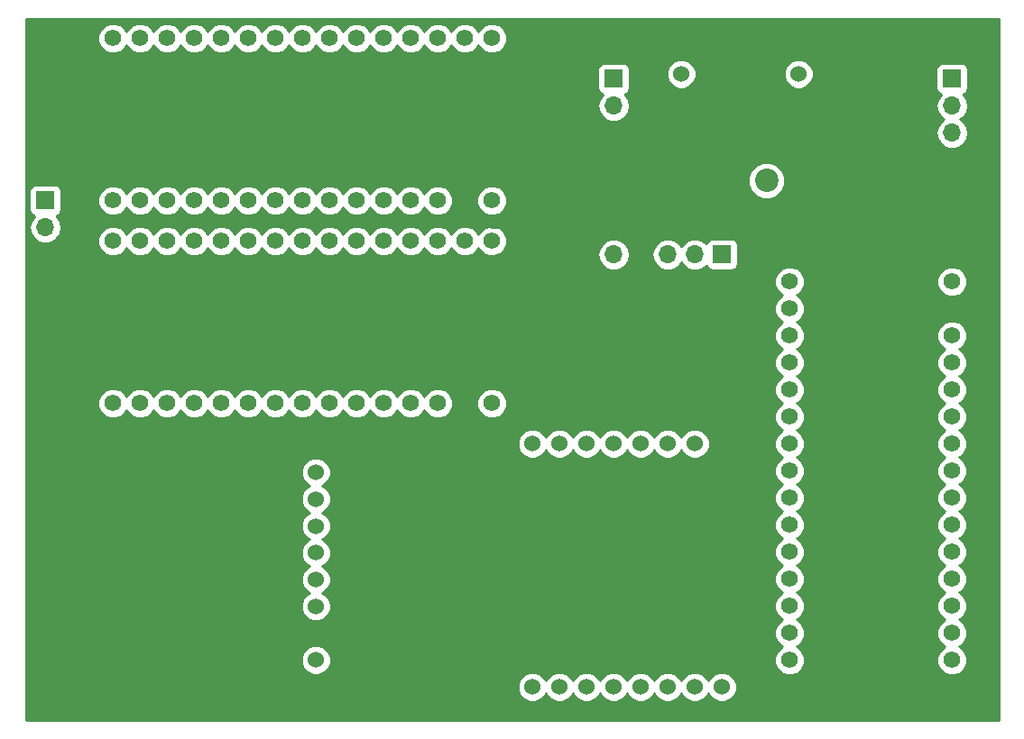
<source format=gbr>
G04 #@! TF.GenerationSoftware,KiCad,Pcbnew,(5.0.0)*
G04 #@! TF.CreationDate,2018-11-14T12:24:37-05:00*
G04 #@! TF.ProjectId,backdash,6261636B646173682E6B696361645F70,rev?*
G04 #@! TF.SameCoordinates,Original*
G04 #@! TF.FileFunction,Copper,L2,Bot,Signal*
G04 #@! TF.FilePolarity,Positive*
%FSLAX46Y46*%
G04 Gerber Fmt 4.6, Leading zero omitted, Abs format (unit mm)*
G04 Created by KiCad (PCBNEW (5.0.0)) date 11/14/18 12:24:37*
%MOMM*%
%LPD*%
G01*
G04 APERTURE LIST*
G04 #@! TA.AperFunction,ComponentPad*
%ADD10O,1.700000X1.700000*%
G04 #@! TD*
G04 #@! TA.AperFunction,ComponentPad*
%ADD11R,1.700000X1.700000*%
G04 #@! TD*
G04 #@! TA.AperFunction,ComponentPad*
%ADD12C,1.574800*%
G04 #@! TD*
G04 #@! TA.AperFunction,ComponentPad*
%ADD13C,1.524000*%
G04 #@! TD*
G04 #@! TA.AperFunction,ComponentPad*
%ADD14C,2.200000*%
G04 #@! TD*
G04 #@! TA.AperFunction,Conductor*
%ADD15C,0.250000*%
G04 #@! TD*
G04 #@! TA.AperFunction,Conductor*
%ADD16C,0.254000*%
G04 #@! TD*
G04 APERTURE END LIST*
D10*
G04 #@! TO.P,REF\002A\002A,3*
G04 #@! TO.N,/GND*
X165100000Y-44450000D03*
G04 #@! TO.P,REF\002A\002A,2*
G04 #@! TO.N,/D10*
X165100000Y-41910000D03*
D11*
G04 #@! TO.P,REF\002A\002A,1*
G04 #@! TO.N,/VCC*
X165100000Y-39370000D03*
G04 #@! TD*
D12*
G04 #@! TO.P,NANO1,30*
G04 #@! TO.N,Net-(NANO1-Pad30)*
X207010000Y-39370000D03*
G04 #@! TO.P,NANO1,1*
G04 #@! TO.N,Net-(NANO1-Pad1)*
X207010000Y-24130000D03*
G04 #@! TO.P,NANO1,29*
G04 #@! TO.N,/GND*
X204470000Y-39370000D03*
G04 #@! TO.P,NANO1,2*
G04 #@! TO.N,Net-(NANO1-Pad2)*
X204470000Y-24130000D03*
G04 #@! TO.P,NANO1,28*
G04 #@! TO.N,Net-(NANO1-Pad28)*
X201930000Y-39370000D03*
G04 #@! TO.P,NANO1,3*
G04 #@! TO.N,Net-(NANO1-Pad3)*
X201930000Y-24130000D03*
G04 #@! TO.P,NANO1,27*
G04 #@! TO.N,/VCC*
X199390000Y-39370000D03*
G04 #@! TO.P,NANO1,4*
G04 #@! TO.N,Net-(NANO1-Pad4)*
X199390000Y-24130000D03*
G04 #@! TO.P,NANO1,26*
G04 #@! TO.N,Net-(NANO1-Pad26)*
X196850000Y-39370000D03*
G04 #@! TO.P,NANO1,5*
G04 #@! TO.N,Net-(NANO1-Pad5)*
X196850000Y-24130000D03*
G04 #@! TO.P,NANO1,25*
G04 #@! TO.N,Net-(NANO1-Pad25)*
X194310000Y-39370000D03*
G04 #@! TO.P,NANO1,6*
G04 #@! TO.N,Net-(NANO1-Pad6)*
X194310000Y-24130000D03*
G04 #@! TO.P,NANO1,24*
G04 #@! TO.N,/A5*
X191770000Y-39370000D03*
G04 #@! TO.P,NANO1,7*
G04 #@! TO.N,Net-(NANO1-Pad7)*
X191770000Y-24130000D03*
G04 #@! TO.P,NANO1,23*
G04 #@! TO.N,/A4*
X189230000Y-39370000D03*
G04 #@! TO.P,NANO1,8*
G04 #@! TO.N,Net-(NANO1-Pad8)*
X189230000Y-24130000D03*
G04 #@! TO.P,NANO1,22*
G04 #@! TO.N,Net-(NANO1-Pad22)*
X186690000Y-39370000D03*
G04 #@! TO.P,NANO1,9*
G04 #@! TO.N,Net-(NANO1-Pad9)*
X186690000Y-24130000D03*
G04 #@! TO.P,NANO1,21*
G04 #@! TO.N,Net-(NANO1-Pad21)*
X184150000Y-39370000D03*
G04 #@! TO.P,NANO1,10*
G04 #@! TO.N,Net-(NANO1-Pad10)*
X184150000Y-24130000D03*
G04 #@! TO.P,NANO1,20*
G04 #@! TO.N,Net-(NANO1-Pad20)*
X181610000Y-39370000D03*
G04 #@! TO.P,NANO1,11*
G04 #@! TO.N,Net-(NANO1-Pad11)*
X181610000Y-24130000D03*
G04 #@! TO.P,NANO1,19*
G04 #@! TO.N,/A0*
X179070000Y-39370000D03*
G04 #@! TO.P,NANO1,12*
G04 #@! TO.N,Net-(NANO1-Pad12)*
X179070000Y-24130000D03*
G04 #@! TO.P,NANO1,18*
G04 #@! TO.N,Net-(NANO1-Pad18)*
X176530000Y-39370000D03*
G04 #@! TO.P,NANO1,13*
G04 #@! TO.N,Net-(NANO1-Pad13)*
X176530000Y-24130000D03*
G04 #@! TO.P,NANO1,17*
G04 #@! TO.N,Net-(NANO1-Pad17)*
X173990000Y-39370000D03*
G04 #@! TO.P,NANO1,14*
G04 #@! TO.N,Net-(NANO1-Pad14)*
X173990000Y-24130000D03*
G04 #@! TO.P,NANO1,16*
G04 #@! TO.N,Net-(NANO1-Pad16)*
X171450000Y-39370000D03*
G04 #@! TO.P,NANO1,15*
G04 #@! TO.N,Net-(NANO1-Pad15)*
X171450000Y-24130000D03*
G04 #@! TD*
G04 #@! TO.P,NANO3,15*
G04 #@! TO.N,/SDOcan*
X234950000Y-82550000D03*
G04 #@! TO.P,NANO3,16*
G04 #@! TO.N,/SCK*
X250190000Y-82550000D03*
G04 #@! TO.P,NANO3,14*
G04 #@! TO.N,/SDI*
X234950000Y-80010000D03*
G04 #@! TO.P,NANO3,17*
G04 #@! TO.N,Net-(NANO3-Pad17)*
X250190000Y-80010000D03*
G04 #@! TO.P,NANO3,13*
G04 #@! TO.N,/CScan*
X234950000Y-77470000D03*
G04 #@! TO.P,NANO3,18*
G04 #@! TO.N,Net-(NANO3-Pad18)*
X250190000Y-77470000D03*
G04 #@! TO.P,NANO3,12*
G04 #@! TO.N,Net-(NANO3-Pad12)*
X234950000Y-74930000D03*
G04 #@! TO.P,NANO3,19*
G04 #@! TO.N,Net-(NANO3-Pad19)*
X250190000Y-74930000D03*
G04 #@! TO.P,NANO3,11*
G04 #@! TO.N,Net-(NANO3-Pad11)*
X234950000Y-72390000D03*
G04 #@! TO.P,NANO3,20*
G04 #@! TO.N,Net-(NANO3-Pad20)*
X250190000Y-72390000D03*
G04 #@! TO.P,NANO3,10*
G04 #@! TO.N,Net-(NANO3-Pad10)*
X234950000Y-69850000D03*
G04 #@! TO.P,NANO3,21*
G04 #@! TO.N,Net-(NANO3-Pad21)*
X250190000Y-69850000D03*
G04 #@! TO.P,NANO3,9*
G04 #@! TO.N,Net-(NANO3-Pad9)*
X234950000Y-67310000D03*
G04 #@! TO.P,NANO3,22*
G04 #@! TO.N,Net-(NANO3-Pad22)*
X250190000Y-67310000D03*
G04 #@! TO.P,NANO3,8*
G04 #@! TO.N,Net-(NANO3-Pad8)*
X234950000Y-64770000D03*
G04 #@! TO.P,NANO3,23*
G04 #@! TO.N,/A4*
X250190000Y-64770000D03*
G04 #@! TO.P,NANO3,7*
G04 #@! TO.N,Net-(NANO3-Pad7)*
X234950000Y-62230000D03*
G04 #@! TO.P,NANO3,24*
G04 #@! TO.N,/A5*
X250190000Y-62230000D03*
G04 #@! TO.P,NANO3,6*
G04 #@! TO.N,Net-(NANO3-Pad6)*
X234950000Y-59690000D03*
G04 #@! TO.P,NANO3,25*
G04 #@! TO.N,Net-(NANO3-Pad25)*
X250190000Y-59690000D03*
G04 #@! TO.P,NANO3,5*
G04 #@! TO.N,Net-(NANO3-Pad5)*
X234950000Y-57150000D03*
G04 #@! TO.P,NANO3,26*
G04 #@! TO.N,Net-(NANO3-Pad26)*
X250190000Y-57150000D03*
G04 #@! TO.P,NANO3,4*
G04 #@! TO.N,Net-(NANO3-Pad4)*
X234950000Y-54610000D03*
G04 #@! TO.P,NANO3,27*
G04 #@! TO.N,/VCC*
X250190000Y-54610000D03*
G04 #@! TO.P,NANO3,3*
G04 #@! TO.N,Net-(NANO3-Pad3)*
X234950000Y-52070000D03*
G04 #@! TO.P,NANO3,28*
G04 #@! TO.N,Net-(NANO3-Pad28)*
X250190000Y-52070000D03*
G04 #@! TO.P,NANO3,2*
G04 #@! TO.N,Net-(NANO3-Pad2)*
X234950000Y-49530000D03*
G04 #@! TO.P,NANO3,29*
G04 #@! TO.N,/GND*
X250190000Y-49530000D03*
G04 #@! TO.P,NANO3,1*
G04 #@! TO.N,Net-(NANO3-Pad1)*
X234950000Y-46990000D03*
G04 #@! TO.P,NANO3,30*
G04 #@! TO.N,Net-(NANO3-Pad30)*
X250190000Y-46990000D03*
G04 #@! TD*
G04 #@! TO.P,NANO2,30*
G04 #@! TO.N,Net-(NANO2-Pad30)*
X207010000Y-58420000D03*
G04 #@! TO.P,NANO2,1*
G04 #@! TO.N,Net-(NANO2-Pad1)*
X207010000Y-43180000D03*
G04 #@! TO.P,NANO2,29*
G04 #@! TO.N,/GND*
X204470000Y-58420000D03*
G04 #@! TO.P,NANO2,2*
G04 #@! TO.N,Net-(NANO2-Pad2)*
X204470000Y-43180000D03*
G04 #@! TO.P,NANO2,28*
G04 #@! TO.N,Net-(NANO2-Pad28)*
X201930000Y-58420000D03*
G04 #@! TO.P,NANO2,3*
G04 #@! TO.N,Net-(NANO2-Pad3)*
X201930000Y-43180000D03*
G04 #@! TO.P,NANO2,27*
G04 #@! TO.N,/VCC*
X199390000Y-58420000D03*
G04 #@! TO.P,NANO2,4*
G04 #@! TO.N,Net-(NANO2-Pad4)*
X199390000Y-43180000D03*
G04 #@! TO.P,NANO2,26*
G04 #@! TO.N,Net-(NANO2-Pad26)*
X196850000Y-58420000D03*
G04 #@! TO.P,NANO2,5*
G04 #@! TO.N,Net-(NANO2-Pad5)*
X196850000Y-43180000D03*
G04 #@! TO.P,NANO2,25*
G04 #@! TO.N,Net-(NANO2-Pad25)*
X194310000Y-58420000D03*
G04 #@! TO.P,NANO2,6*
G04 #@! TO.N,Net-(NANO2-Pad6)*
X194310000Y-43180000D03*
G04 #@! TO.P,NANO2,24*
G04 #@! TO.N,/A5*
X191770000Y-58420000D03*
G04 #@! TO.P,NANO2,7*
G04 #@! TO.N,Net-(NANO2-Pad7)*
X191770000Y-43180000D03*
G04 #@! TO.P,NANO2,23*
G04 #@! TO.N,/A4*
X189230000Y-58420000D03*
G04 #@! TO.P,NANO2,8*
G04 #@! TO.N,Net-(NANO2-Pad8)*
X189230000Y-43180000D03*
G04 #@! TO.P,NANO2,22*
G04 #@! TO.N,Net-(NANO2-Pad22)*
X186690000Y-58420000D03*
G04 #@! TO.P,NANO2,9*
G04 #@! TO.N,Net-(NANO2-Pad9)*
X186690000Y-43180000D03*
G04 #@! TO.P,NANO2,21*
G04 #@! TO.N,Net-(NANO2-Pad21)*
X184150000Y-58420000D03*
G04 #@! TO.P,NANO2,10*
G04 #@! TO.N,Net-(NANO2-Pad10)*
X184150000Y-43180000D03*
G04 #@! TO.P,NANO2,20*
G04 #@! TO.N,Net-(NANO2-Pad20)*
X181610000Y-58420000D03*
G04 #@! TO.P,NANO2,11*
G04 #@! TO.N,Net-(NANO2-Pad11)*
X181610000Y-43180000D03*
G04 #@! TO.P,NANO2,19*
G04 #@! TO.N,Net-(NANO2-Pad19)*
X179070000Y-58420000D03*
G04 #@! TO.P,NANO2,12*
G04 #@! TO.N,/CSrtd*
X179070000Y-43180000D03*
G04 #@! TO.P,NANO2,18*
G04 #@! TO.N,Net-(NANO2-Pad18)*
X176530000Y-58420000D03*
G04 #@! TO.P,NANO2,13*
G04 #@! TO.N,/D10*
X176530000Y-43180000D03*
G04 #@! TO.P,NANO2,17*
G04 #@! TO.N,Net-(NANO2-Pad17)*
X173990000Y-58420000D03*
G04 #@! TO.P,NANO2,14*
G04 #@! TO.N,/CLK*
X173990000Y-43180000D03*
G04 #@! TO.P,NANO2,16*
X171450000Y-58420000D03*
G04 #@! TO.P,NANO2,15*
G04 #@! TO.N,/SDOrtd*
X171450000Y-43180000D03*
G04 #@! TD*
D10*
G04 #@! TO.P,BUCK1,5*
G04 #@! TO.N,/VCC*
X218440000Y-44450000D03*
G04 #@! TO.P,BUCK1,3*
G04 #@! TO.N,/IN*
X223520000Y-44450000D03*
D11*
G04 #@! TO.P,BUCK1,1*
G04 #@! TO.N,Net-(BUCK1-Pad1)*
X228600000Y-44450000D03*
D10*
G04 #@! TO.P,BUCK1,4*
G04 #@! TO.N,/GND*
X220980000Y-44450000D03*
G04 #@! TO.P,BUCK1,2*
G04 #@! TO.N,Net-(BUCK1-Pad2)*
X226060000Y-44450000D03*
G04 #@! TD*
D13*
G04 #@! TO.P,CAN1,8*
G04 #@! TO.N,Net-(CAN1-Pad8)*
X210820000Y-85090000D03*
G04 #@! TO.P,CAN1,7*
G04 #@! TO.N,Net-(CAN1-Pad7)*
X213360000Y-85090000D03*
G04 #@! TO.P,CAN1,6*
G04 #@! TO.N,/CScan*
X215900000Y-85090000D03*
G04 #@! TO.P,CAN1,5*
G04 #@! TO.N,/SCK*
X218440000Y-85090000D03*
G04 #@! TO.P,CAN1,4*
G04 #@! TO.N,/SDOcan*
X220980000Y-85090000D03*
G04 #@! TO.P,CAN1,3*
G04 #@! TO.N,/SDI*
X223520000Y-85090000D03*
G04 #@! TO.P,CAN1,2*
G04 #@! TO.N,/3V3*
X226060000Y-85090000D03*
G04 #@! TO.P,CAN1,1*
G04 #@! TO.N,Net-(CAN1-Pad1)*
X228600000Y-85090000D03*
G04 #@! TO.P,CAN1,9*
G04 #@! TO.N,Net-(CAN1-Pad9)*
X210820000Y-62230000D03*
G04 #@! TO.P,CAN1,10*
G04 #@! TO.N,Net-(CAN1-Pad10)*
X213360000Y-62230000D03*
G04 #@! TO.P,CAN1,11*
G04 #@! TO.N,Net-(CAN1-Pad11)*
X215900000Y-62230000D03*
G04 #@! TO.P,CAN1,12*
G04 #@! TO.N,Net-(CAN1-Pad12)*
X218440000Y-62230000D03*
G04 #@! TO.P,CAN1,13*
G04 #@! TO.N,Net-(CAN1-Pad13)*
X220980000Y-62230000D03*
G04 #@! TO.P,CAN1,14*
G04 #@! TO.N,Net-(CAN1-Pad14)*
X223520000Y-62230000D03*
G04 #@! TO.P,CAN1,15*
G04 #@! TO.N,/VCC*
X226060000Y-62230000D03*
G04 #@! TO.P,CAN1,16*
G04 #@! TO.N,/GND*
X228600000Y-62230000D03*
G04 #@! TD*
G04 #@! TO.P,RTD1,1*
G04 #@! TO.N,/VIN*
X190500000Y-82550000D03*
G04 #@! TO.P,RTD1,2*
G04 #@! TO.N,/GND*
X190500000Y-80030000D03*
G04 #@! TO.P,RTD1,3*
G04 #@! TO.N,Net-(RTD1-Pad3)*
X190500000Y-77510000D03*
G04 #@! TO.P,RTD1,4*
G04 #@! TO.N,/CLK*
X190500000Y-74990000D03*
G04 #@! TO.P,RTD1,5*
G04 #@! TO.N,/SDOrtd*
X190500000Y-72470000D03*
G04 #@! TO.P,RTD1,6*
G04 #@! TO.N,/SDI*
X190500000Y-69950000D03*
G04 #@! TO.P,RTD1,7*
G04 #@! TO.N,/CSrtd*
X190500000Y-67430000D03*
G04 #@! TO.P,RTD1,8*
G04 #@! TO.N,Net-(RTD1-Pad8)*
X190500000Y-64910000D03*
G04 #@! TD*
D11*
G04 #@! TO.P,REF\002A\002A,1*
G04 #@! TO.N,/VCC*
X218440000Y-27940000D03*
D10*
G04 #@! TO.P,REF\002A\002A,2*
G04 #@! TO.N,/A0*
X218440000Y-30480000D03*
G04 #@! TO.P,REF\002A\002A,3*
G04 #@! TO.N,/GND*
X218440000Y-33020000D03*
G04 #@! TD*
D11*
G04 #@! TO.P,REF\002A\002A,1*
G04 #@! TO.N,/VCC*
X250190000Y-27940000D03*
D10*
G04 #@! TO.P,REF\002A\002A,2*
G04 #@! TO.N,/A4*
X250190000Y-30480000D03*
G04 #@! TO.P,REF\002A\002A,3*
G04 #@! TO.N,/A5*
X250190000Y-33020000D03*
G04 #@! TO.P,REF\002A\002A,4*
G04 #@! TO.N,/GND*
X250190000Y-35560000D03*
G04 #@! TD*
D14*
G04 #@! TO.P,REF\002A\002A,2*
G04 #@! TO.N,/IN*
X232790000Y-37500000D03*
G04 #@! TO.P,REF\002A\002A,1*
G04 #@! TO.N,/GND*
X227790000Y-37500000D03*
D13*
G04 #@! TO.P,REF\002A\002A,3*
G04 #@! TO.N,N/C*
X235790000Y-27500000D03*
G04 #@! TO.P,REF\002A\002A,4*
X224790000Y-27500000D03*
G04 #@! TD*
D15*
G04 #@! TO.N,/GND*
X220130001Y-43600001D02*
X220980000Y-44450000D01*
X218440000Y-41910000D02*
X220130001Y-43600001D01*
X207010000Y-41910000D02*
X218440000Y-41910000D01*
X204470000Y-39370000D02*
X207010000Y-41910000D01*
X220980000Y-44450000D02*
X223520000Y-41910000D01*
X242570000Y-41910000D02*
X250190000Y-49530000D01*
G04 #@! TD*
D16*
G04 #@! TO.N,/GND*
G36*
X254560001Y-88190000D02*
X163270000Y-88190000D01*
X163270000Y-84812119D01*
X209423000Y-84812119D01*
X209423000Y-85367881D01*
X209635680Y-85881337D01*
X210028663Y-86274320D01*
X210542119Y-86487000D01*
X211097881Y-86487000D01*
X211611337Y-86274320D01*
X212004320Y-85881337D01*
X212090000Y-85674487D01*
X212175680Y-85881337D01*
X212568663Y-86274320D01*
X213082119Y-86487000D01*
X213637881Y-86487000D01*
X214151337Y-86274320D01*
X214544320Y-85881337D01*
X214630000Y-85674487D01*
X214715680Y-85881337D01*
X215108663Y-86274320D01*
X215622119Y-86487000D01*
X216177881Y-86487000D01*
X216691337Y-86274320D01*
X217084320Y-85881337D01*
X217170000Y-85674487D01*
X217255680Y-85881337D01*
X217648663Y-86274320D01*
X218162119Y-86487000D01*
X218717881Y-86487000D01*
X219231337Y-86274320D01*
X219624320Y-85881337D01*
X219710000Y-85674487D01*
X219795680Y-85881337D01*
X220188663Y-86274320D01*
X220702119Y-86487000D01*
X221257881Y-86487000D01*
X221771337Y-86274320D01*
X222164320Y-85881337D01*
X222250000Y-85674487D01*
X222335680Y-85881337D01*
X222728663Y-86274320D01*
X223242119Y-86487000D01*
X223797881Y-86487000D01*
X224311337Y-86274320D01*
X224704320Y-85881337D01*
X224790000Y-85674487D01*
X224875680Y-85881337D01*
X225268663Y-86274320D01*
X225782119Y-86487000D01*
X226337881Y-86487000D01*
X226851337Y-86274320D01*
X227244320Y-85881337D01*
X227330000Y-85674487D01*
X227415680Y-85881337D01*
X227808663Y-86274320D01*
X228322119Y-86487000D01*
X228877881Y-86487000D01*
X229391337Y-86274320D01*
X229784320Y-85881337D01*
X229997000Y-85367881D01*
X229997000Y-84812119D01*
X229784320Y-84298663D01*
X229391337Y-83905680D01*
X228877881Y-83693000D01*
X228322119Y-83693000D01*
X227808663Y-83905680D01*
X227415680Y-84298663D01*
X227330000Y-84505513D01*
X227244320Y-84298663D01*
X226851337Y-83905680D01*
X226337881Y-83693000D01*
X225782119Y-83693000D01*
X225268663Y-83905680D01*
X224875680Y-84298663D01*
X224790000Y-84505513D01*
X224704320Y-84298663D01*
X224311337Y-83905680D01*
X223797881Y-83693000D01*
X223242119Y-83693000D01*
X222728663Y-83905680D01*
X222335680Y-84298663D01*
X222250000Y-84505513D01*
X222164320Y-84298663D01*
X221771337Y-83905680D01*
X221257881Y-83693000D01*
X220702119Y-83693000D01*
X220188663Y-83905680D01*
X219795680Y-84298663D01*
X219710000Y-84505513D01*
X219624320Y-84298663D01*
X219231337Y-83905680D01*
X218717881Y-83693000D01*
X218162119Y-83693000D01*
X217648663Y-83905680D01*
X217255680Y-84298663D01*
X217170000Y-84505513D01*
X217084320Y-84298663D01*
X216691337Y-83905680D01*
X216177881Y-83693000D01*
X215622119Y-83693000D01*
X215108663Y-83905680D01*
X214715680Y-84298663D01*
X214630000Y-84505513D01*
X214544320Y-84298663D01*
X214151337Y-83905680D01*
X213637881Y-83693000D01*
X213082119Y-83693000D01*
X212568663Y-83905680D01*
X212175680Y-84298663D01*
X212090000Y-84505513D01*
X212004320Y-84298663D01*
X211611337Y-83905680D01*
X211097881Y-83693000D01*
X210542119Y-83693000D01*
X210028663Y-83905680D01*
X209635680Y-84298663D01*
X209423000Y-84812119D01*
X163270000Y-84812119D01*
X163270000Y-82272119D01*
X189103000Y-82272119D01*
X189103000Y-82827881D01*
X189315680Y-83341337D01*
X189708663Y-83734320D01*
X190222119Y-83947000D01*
X190777881Y-83947000D01*
X191291337Y-83734320D01*
X191684320Y-83341337D01*
X191897000Y-82827881D01*
X191897000Y-82272119D01*
X191684320Y-81758663D01*
X191291337Y-81365680D01*
X190777881Y-81153000D01*
X190222119Y-81153000D01*
X189708663Y-81365680D01*
X189315680Y-81758663D01*
X189103000Y-82272119D01*
X163270000Y-82272119D01*
X163270000Y-64632119D01*
X189103000Y-64632119D01*
X189103000Y-65187881D01*
X189315680Y-65701337D01*
X189708663Y-66094320D01*
X189891371Y-66170000D01*
X189708663Y-66245680D01*
X189315680Y-66638663D01*
X189103000Y-67152119D01*
X189103000Y-67707881D01*
X189315680Y-68221337D01*
X189708663Y-68614320D01*
X189891371Y-68690000D01*
X189708663Y-68765680D01*
X189315680Y-69158663D01*
X189103000Y-69672119D01*
X189103000Y-70227881D01*
X189315680Y-70741337D01*
X189708663Y-71134320D01*
X189891371Y-71210000D01*
X189708663Y-71285680D01*
X189315680Y-71678663D01*
X189103000Y-72192119D01*
X189103000Y-72747881D01*
X189315680Y-73261337D01*
X189708663Y-73654320D01*
X189891371Y-73730000D01*
X189708663Y-73805680D01*
X189315680Y-74198663D01*
X189103000Y-74712119D01*
X189103000Y-75267881D01*
X189315680Y-75781337D01*
X189708663Y-76174320D01*
X189891371Y-76250000D01*
X189708663Y-76325680D01*
X189315680Y-76718663D01*
X189103000Y-77232119D01*
X189103000Y-77787881D01*
X189315680Y-78301337D01*
X189708663Y-78694320D01*
X190222119Y-78907000D01*
X190777881Y-78907000D01*
X191291337Y-78694320D01*
X191684320Y-78301337D01*
X191897000Y-77787881D01*
X191897000Y-77232119D01*
X191684320Y-76718663D01*
X191291337Y-76325680D01*
X191108629Y-76250000D01*
X191291337Y-76174320D01*
X191684320Y-75781337D01*
X191897000Y-75267881D01*
X191897000Y-74712119D01*
X191684320Y-74198663D01*
X191291337Y-73805680D01*
X191108629Y-73730000D01*
X191291337Y-73654320D01*
X191684320Y-73261337D01*
X191897000Y-72747881D01*
X191897000Y-72192119D01*
X191684320Y-71678663D01*
X191291337Y-71285680D01*
X191108629Y-71210000D01*
X191291337Y-71134320D01*
X191684320Y-70741337D01*
X191897000Y-70227881D01*
X191897000Y-69672119D01*
X191684320Y-69158663D01*
X191291337Y-68765680D01*
X191108629Y-68690000D01*
X191291337Y-68614320D01*
X191684320Y-68221337D01*
X191897000Y-67707881D01*
X191897000Y-67152119D01*
X191684320Y-66638663D01*
X191291337Y-66245680D01*
X191108629Y-66170000D01*
X191291337Y-66094320D01*
X191684320Y-65701337D01*
X191897000Y-65187881D01*
X191897000Y-64632119D01*
X191684320Y-64118663D01*
X191291337Y-63725680D01*
X190777881Y-63513000D01*
X190222119Y-63513000D01*
X189708663Y-63725680D01*
X189315680Y-64118663D01*
X189103000Y-64632119D01*
X163270000Y-64632119D01*
X163270000Y-61952119D01*
X209423000Y-61952119D01*
X209423000Y-62507881D01*
X209635680Y-63021337D01*
X210028663Y-63414320D01*
X210542119Y-63627000D01*
X211097881Y-63627000D01*
X211611337Y-63414320D01*
X212004320Y-63021337D01*
X212090000Y-62814487D01*
X212175680Y-63021337D01*
X212568663Y-63414320D01*
X213082119Y-63627000D01*
X213637881Y-63627000D01*
X214151337Y-63414320D01*
X214544320Y-63021337D01*
X214630000Y-62814487D01*
X214715680Y-63021337D01*
X215108663Y-63414320D01*
X215622119Y-63627000D01*
X216177881Y-63627000D01*
X216691337Y-63414320D01*
X217084320Y-63021337D01*
X217170000Y-62814487D01*
X217255680Y-63021337D01*
X217648663Y-63414320D01*
X218162119Y-63627000D01*
X218717881Y-63627000D01*
X219231337Y-63414320D01*
X219624320Y-63021337D01*
X219710000Y-62814487D01*
X219795680Y-63021337D01*
X220188663Y-63414320D01*
X220702119Y-63627000D01*
X221257881Y-63627000D01*
X221771337Y-63414320D01*
X222164320Y-63021337D01*
X222250000Y-62814487D01*
X222335680Y-63021337D01*
X222728663Y-63414320D01*
X223242119Y-63627000D01*
X223797881Y-63627000D01*
X224311337Y-63414320D01*
X224704320Y-63021337D01*
X224790000Y-62814487D01*
X224875680Y-63021337D01*
X225268663Y-63414320D01*
X225782119Y-63627000D01*
X226337881Y-63627000D01*
X226851337Y-63414320D01*
X227244320Y-63021337D01*
X227457000Y-62507881D01*
X227457000Y-61952119D01*
X227244320Y-61438663D01*
X226851337Y-61045680D01*
X226337881Y-60833000D01*
X225782119Y-60833000D01*
X225268663Y-61045680D01*
X224875680Y-61438663D01*
X224790000Y-61645513D01*
X224704320Y-61438663D01*
X224311337Y-61045680D01*
X223797881Y-60833000D01*
X223242119Y-60833000D01*
X222728663Y-61045680D01*
X222335680Y-61438663D01*
X222250000Y-61645513D01*
X222164320Y-61438663D01*
X221771337Y-61045680D01*
X221257881Y-60833000D01*
X220702119Y-60833000D01*
X220188663Y-61045680D01*
X219795680Y-61438663D01*
X219710000Y-61645513D01*
X219624320Y-61438663D01*
X219231337Y-61045680D01*
X218717881Y-60833000D01*
X218162119Y-60833000D01*
X217648663Y-61045680D01*
X217255680Y-61438663D01*
X217170000Y-61645513D01*
X217084320Y-61438663D01*
X216691337Y-61045680D01*
X216177881Y-60833000D01*
X215622119Y-60833000D01*
X215108663Y-61045680D01*
X214715680Y-61438663D01*
X214630000Y-61645513D01*
X214544320Y-61438663D01*
X214151337Y-61045680D01*
X213637881Y-60833000D01*
X213082119Y-60833000D01*
X212568663Y-61045680D01*
X212175680Y-61438663D01*
X212090000Y-61645513D01*
X212004320Y-61438663D01*
X211611337Y-61045680D01*
X211097881Y-60833000D01*
X210542119Y-60833000D01*
X210028663Y-61045680D01*
X209635680Y-61438663D01*
X209423000Y-61952119D01*
X163270000Y-61952119D01*
X163270000Y-58137067D01*
X170027600Y-58137067D01*
X170027600Y-58702933D01*
X170244148Y-59225725D01*
X170644275Y-59625852D01*
X171167067Y-59842400D01*
X171732933Y-59842400D01*
X172255725Y-59625852D01*
X172655852Y-59225725D01*
X172720000Y-59070858D01*
X172784148Y-59225725D01*
X173184275Y-59625852D01*
X173707067Y-59842400D01*
X174272933Y-59842400D01*
X174795725Y-59625852D01*
X175195852Y-59225725D01*
X175260000Y-59070858D01*
X175324148Y-59225725D01*
X175724275Y-59625852D01*
X176247067Y-59842400D01*
X176812933Y-59842400D01*
X177335725Y-59625852D01*
X177735852Y-59225725D01*
X177800000Y-59070858D01*
X177864148Y-59225725D01*
X178264275Y-59625852D01*
X178787067Y-59842400D01*
X179352933Y-59842400D01*
X179875725Y-59625852D01*
X180275852Y-59225725D01*
X180340000Y-59070858D01*
X180404148Y-59225725D01*
X180804275Y-59625852D01*
X181327067Y-59842400D01*
X181892933Y-59842400D01*
X182415725Y-59625852D01*
X182815852Y-59225725D01*
X182880000Y-59070858D01*
X182944148Y-59225725D01*
X183344275Y-59625852D01*
X183867067Y-59842400D01*
X184432933Y-59842400D01*
X184955725Y-59625852D01*
X185355852Y-59225725D01*
X185420000Y-59070858D01*
X185484148Y-59225725D01*
X185884275Y-59625852D01*
X186407067Y-59842400D01*
X186972933Y-59842400D01*
X187495725Y-59625852D01*
X187895852Y-59225725D01*
X187960000Y-59070858D01*
X188024148Y-59225725D01*
X188424275Y-59625852D01*
X188947067Y-59842400D01*
X189512933Y-59842400D01*
X190035725Y-59625852D01*
X190435852Y-59225725D01*
X190500000Y-59070858D01*
X190564148Y-59225725D01*
X190964275Y-59625852D01*
X191487067Y-59842400D01*
X192052933Y-59842400D01*
X192575725Y-59625852D01*
X192975852Y-59225725D01*
X193040000Y-59070858D01*
X193104148Y-59225725D01*
X193504275Y-59625852D01*
X194027067Y-59842400D01*
X194592933Y-59842400D01*
X195115725Y-59625852D01*
X195515852Y-59225725D01*
X195580000Y-59070858D01*
X195644148Y-59225725D01*
X196044275Y-59625852D01*
X196567067Y-59842400D01*
X197132933Y-59842400D01*
X197655725Y-59625852D01*
X198055852Y-59225725D01*
X198120000Y-59070858D01*
X198184148Y-59225725D01*
X198584275Y-59625852D01*
X199107067Y-59842400D01*
X199672933Y-59842400D01*
X200195725Y-59625852D01*
X200595852Y-59225725D01*
X200660000Y-59070858D01*
X200724148Y-59225725D01*
X201124275Y-59625852D01*
X201647067Y-59842400D01*
X202212933Y-59842400D01*
X202735725Y-59625852D01*
X203135852Y-59225725D01*
X203352400Y-58702933D01*
X203352400Y-58137067D01*
X205587600Y-58137067D01*
X205587600Y-58702933D01*
X205804148Y-59225725D01*
X206204275Y-59625852D01*
X206727067Y-59842400D01*
X207292933Y-59842400D01*
X207815725Y-59625852D01*
X208215852Y-59225725D01*
X208432400Y-58702933D01*
X208432400Y-58137067D01*
X208215852Y-57614275D01*
X207815725Y-57214148D01*
X207292933Y-56997600D01*
X206727067Y-56997600D01*
X206204275Y-57214148D01*
X205804148Y-57614275D01*
X205587600Y-58137067D01*
X203352400Y-58137067D01*
X203135852Y-57614275D01*
X202735725Y-57214148D01*
X202212933Y-56997600D01*
X201647067Y-56997600D01*
X201124275Y-57214148D01*
X200724148Y-57614275D01*
X200660000Y-57769142D01*
X200595852Y-57614275D01*
X200195725Y-57214148D01*
X199672933Y-56997600D01*
X199107067Y-56997600D01*
X198584275Y-57214148D01*
X198184148Y-57614275D01*
X198120000Y-57769142D01*
X198055852Y-57614275D01*
X197655725Y-57214148D01*
X197132933Y-56997600D01*
X196567067Y-56997600D01*
X196044275Y-57214148D01*
X195644148Y-57614275D01*
X195580000Y-57769142D01*
X195515852Y-57614275D01*
X195115725Y-57214148D01*
X194592933Y-56997600D01*
X194027067Y-56997600D01*
X193504275Y-57214148D01*
X193104148Y-57614275D01*
X193040000Y-57769142D01*
X192975852Y-57614275D01*
X192575725Y-57214148D01*
X192052933Y-56997600D01*
X191487067Y-56997600D01*
X190964275Y-57214148D01*
X190564148Y-57614275D01*
X190500000Y-57769142D01*
X190435852Y-57614275D01*
X190035725Y-57214148D01*
X189512933Y-56997600D01*
X188947067Y-56997600D01*
X188424275Y-57214148D01*
X188024148Y-57614275D01*
X187960000Y-57769142D01*
X187895852Y-57614275D01*
X187495725Y-57214148D01*
X186972933Y-56997600D01*
X186407067Y-56997600D01*
X185884275Y-57214148D01*
X185484148Y-57614275D01*
X185420000Y-57769142D01*
X185355852Y-57614275D01*
X184955725Y-57214148D01*
X184432933Y-56997600D01*
X183867067Y-56997600D01*
X183344275Y-57214148D01*
X182944148Y-57614275D01*
X182880000Y-57769142D01*
X182815852Y-57614275D01*
X182415725Y-57214148D01*
X181892933Y-56997600D01*
X181327067Y-56997600D01*
X180804275Y-57214148D01*
X180404148Y-57614275D01*
X180340000Y-57769142D01*
X180275852Y-57614275D01*
X179875725Y-57214148D01*
X179352933Y-56997600D01*
X178787067Y-56997600D01*
X178264275Y-57214148D01*
X177864148Y-57614275D01*
X177800000Y-57769142D01*
X177735852Y-57614275D01*
X177335725Y-57214148D01*
X176812933Y-56997600D01*
X176247067Y-56997600D01*
X175724275Y-57214148D01*
X175324148Y-57614275D01*
X175260000Y-57769142D01*
X175195852Y-57614275D01*
X174795725Y-57214148D01*
X174272933Y-56997600D01*
X173707067Y-56997600D01*
X173184275Y-57214148D01*
X172784148Y-57614275D01*
X172720000Y-57769142D01*
X172655852Y-57614275D01*
X172255725Y-57214148D01*
X171732933Y-56997600D01*
X171167067Y-56997600D01*
X170644275Y-57214148D01*
X170244148Y-57614275D01*
X170027600Y-58137067D01*
X163270000Y-58137067D01*
X163270000Y-46707067D01*
X233527600Y-46707067D01*
X233527600Y-47272933D01*
X233744148Y-47795725D01*
X234144275Y-48195852D01*
X234299142Y-48260000D01*
X234144275Y-48324148D01*
X233744148Y-48724275D01*
X233527600Y-49247067D01*
X233527600Y-49812933D01*
X233744148Y-50335725D01*
X234144275Y-50735852D01*
X234299142Y-50800000D01*
X234144275Y-50864148D01*
X233744148Y-51264275D01*
X233527600Y-51787067D01*
X233527600Y-52352933D01*
X233744148Y-52875725D01*
X234144275Y-53275852D01*
X234299142Y-53340000D01*
X234144275Y-53404148D01*
X233744148Y-53804275D01*
X233527600Y-54327067D01*
X233527600Y-54892933D01*
X233744148Y-55415725D01*
X234144275Y-55815852D01*
X234299142Y-55880000D01*
X234144275Y-55944148D01*
X233744148Y-56344275D01*
X233527600Y-56867067D01*
X233527600Y-57432933D01*
X233744148Y-57955725D01*
X234144275Y-58355852D01*
X234299142Y-58420000D01*
X234144275Y-58484148D01*
X233744148Y-58884275D01*
X233527600Y-59407067D01*
X233527600Y-59972933D01*
X233744148Y-60495725D01*
X234144275Y-60895852D01*
X234299142Y-60960000D01*
X234144275Y-61024148D01*
X233744148Y-61424275D01*
X233527600Y-61947067D01*
X233527600Y-62512933D01*
X233744148Y-63035725D01*
X234144275Y-63435852D01*
X234299142Y-63500000D01*
X234144275Y-63564148D01*
X233744148Y-63964275D01*
X233527600Y-64487067D01*
X233527600Y-65052933D01*
X233744148Y-65575725D01*
X234144275Y-65975852D01*
X234299142Y-66040000D01*
X234144275Y-66104148D01*
X233744148Y-66504275D01*
X233527600Y-67027067D01*
X233527600Y-67592933D01*
X233744148Y-68115725D01*
X234144275Y-68515852D01*
X234299142Y-68580000D01*
X234144275Y-68644148D01*
X233744148Y-69044275D01*
X233527600Y-69567067D01*
X233527600Y-70132933D01*
X233744148Y-70655725D01*
X234144275Y-71055852D01*
X234299142Y-71120000D01*
X234144275Y-71184148D01*
X233744148Y-71584275D01*
X233527600Y-72107067D01*
X233527600Y-72672933D01*
X233744148Y-73195725D01*
X234144275Y-73595852D01*
X234299142Y-73660000D01*
X234144275Y-73724148D01*
X233744148Y-74124275D01*
X233527600Y-74647067D01*
X233527600Y-75212933D01*
X233744148Y-75735725D01*
X234144275Y-76135852D01*
X234299142Y-76200000D01*
X234144275Y-76264148D01*
X233744148Y-76664275D01*
X233527600Y-77187067D01*
X233527600Y-77752933D01*
X233744148Y-78275725D01*
X234144275Y-78675852D01*
X234299142Y-78740000D01*
X234144275Y-78804148D01*
X233744148Y-79204275D01*
X233527600Y-79727067D01*
X233527600Y-80292933D01*
X233744148Y-80815725D01*
X234144275Y-81215852D01*
X234299142Y-81280000D01*
X234144275Y-81344148D01*
X233744148Y-81744275D01*
X233527600Y-82267067D01*
X233527600Y-82832933D01*
X233744148Y-83355725D01*
X234144275Y-83755852D01*
X234667067Y-83972400D01*
X235232933Y-83972400D01*
X235755725Y-83755852D01*
X236155852Y-83355725D01*
X236372400Y-82832933D01*
X236372400Y-82267067D01*
X236155852Y-81744275D01*
X235755725Y-81344148D01*
X235600858Y-81280000D01*
X235755725Y-81215852D01*
X236155852Y-80815725D01*
X236372400Y-80292933D01*
X236372400Y-79727067D01*
X236155852Y-79204275D01*
X235755725Y-78804148D01*
X235600858Y-78740000D01*
X235755725Y-78675852D01*
X236155852Y-78275725D01*
X236372400Y-77752933D01*
X236372400Y-77187067D01*
X236155852Y-76664275D01*
X235755725Y-76264148D01*
X235600858Y-76200000D01*
X235755725Y-76135852D01*
X236155852Y-75735725D01*
X236372400Y-75212933D01*
X236372400Y-74647067D01*
X236155852Y-74124275D01*
X235755725Y-73724148D01*
X235600858Y-73660000D01*
X235755725Y-73595852D01*
X236155852Y-73195725D01*
X236372400Y-72672933D01*
X236372400Y-72107067D01*
X236155852Y-71584275D01*
X235755725Y-71184148D01*
X235600858Y-71120000D01*
X235755725Y-71055852D01*
X236155852Y-70655725D01*
X236372400Y-70132933D01*
X236372400Y-69567067D01*
X236155852Y-69044275D01*
X235755725Y-68644148D01*
X235600858Y-68580000D01*
X235755725Y-68515852D01*
X236155852Y-68115725D01*
X236372400Y-67592933D01*
X236372400Y-67027067D01*
X236155852Y-66504275D01*
X235755725Y-66104148D01*
X235600858Y-66040000D01*
X235755725Y-65975852D01*
X236155852Y-65575725D01*
X236372400Y-65052933D01*
X236372400Y-64487067D01*
X236155852Y-63964275D01*
X235755725Y-63564148D01*
X235600858Y-63500000D01*
X235755725Y-63435852D01*
X236155852Y-63035725D01*
X236372400Y-62512933D01*
X236372400Y-61947067D01*
X236155852Y-61424275D01*
X235755725Y-61024148D01*
X235600858Y-60960000D01*
X235755725Y-60895852D01*
X236155852Y-60495725D01*
X236372400Y-59972933D01*
X236372400Y-59407067D01*
X236155852Y-58884275D01*
X235755725Y-58484148D01*
X235600858Y-58420000D01*
X235755725Y-58355852D01*
X236155852Y-57955725D01*
X236372400Y-57432933D01*
X236372400Y-56867067D01*
X236155852Y-56344275D01*
X235755725Y-55944148D01*
X235600858Y-55880000D01*
X235755725Y-55815852D01*
X236155852Y-55415725D01*
X236372400Y-54892933D01*
X236372400Y-54327067D01*
X236155852Y-53804275D01*
X235755725Y-53404148D01*
X235600858Y-53340000D01*
X235755725Y-53275852D01*
X236155852Y-52875725D01*
X236372400Y-52352933D01*
X236372400Y-51787067D01*
X248767600Y-51787067D01*
X248767600Y-52352933D01*
X248984148Y-52875725D01*
X249384275Y-53275852D01*
X249539142Y-53340000D01*
X249384275Y-53404148D01*
X248984148Y-53804275D01*
X248767600Y-54327067D01*
X248767600Y-54892933D01*
X248984148Y-55415725D01*
X249384275Y-55815852D01*
X249539142Y-55880000D01*
X249384275Y-55944148D01*
X248984148Y-56344275D01*
X248767600Y-56867067D01*
X248767600Y-57432933D01*
X248984148Y-57955725D01*
X249384275Y-58355852D01*
X249539142Y-58420000D01*
X249384275Y-58484148D01*
X248984148Y-58884275D01*
X248767600Y-59407067D01*
X248767600Y-59972933D01*
X248984148Y-60495725D01*
X249384275Y-60895852D01*
X249539142Y-60960000D01*
X249384275Y-61024148D01*
X248984148Y-61424275D01*
X248767600Y-61947067D01*
X248767600Y-62512933D01*
X248984148Y-63035725D01*
X249384275Y-63435852D01*
X249539142Y-63500000D01*
X249384275Y-63564148D01*
X248984148Y-63964275D01*
X248767600Y-64487067D01*
X248767600Y-65052933D01*
X248984148Y-65575725D01*
X249384275Y-65975852D01*
X249539142Y-66040000D01*
X249384275Y-66104148D01*
X248984148Y-66504275D01*
X248767600Y-67027067D01*
X248767600Y-67592933D01*
X248984148Y-68115725D01*
X249384275Y-68515852D01*
X249539142Y-68580000D01*
X249384275Y-68644148D01*
X248984148Y-69044275D01*
X248767600Y-69567067D01*
X248767600Y-70132933D01*
X248984148Y-70655725D01*
X249384275Y-71055852D01*
X249539142Y-71120000D01*
X249384275Y-71184148D01*
X248984148Y-71584275D01*
X248767600Y-72107067D01*
X248767600Y-72672933D01*
X248984148Y-73195725D01*
X249384275Y-73595852D01*
X249539142Y-73660000D01*
X249384275Y-73724148D01*
X248984148Y-74124275D01*
X248767600Y-74647067D01*
X248767600Y-75212933D01*
X248984148Y-75735725D01*
X249384275Y-76135852D01*
X249539142Y-76200000D01*
X249384275Y-76264148D01*
X248984148Y-76664275D01*
X248767600Y-77187067D01*
X248767600Y-77752933D01*
X248984148Y-78275725D01*
X249384275Y-78675852D01*
X249539142Y-78740000D01*
X249384275Y-78804148D01*
X248984148Y-79204275D01*
X248767600Y-79727067D01*
X248767600Y-80292933D01*
X248984148Y-80815725D01*
X249384275Y-81215852D01*
X249539142Y-81280000D01*
X249384275Y-81344148D01*
X248984148Y-81744275D01*
X248767600Y-82267067D01*
X248767600Y-82832933D01*
X248984148Y-83355725D01*
X249384275Y-83755852D01*
X249907067Y-83972400D01*
X250472933Y-83972400D01*
X250995725Y-83755852D01*
X251395852Y-83355725D01*
X251612400Y-82832933D01*
X251612400Y-82267067D01*
X251395852Y-81744275D01*
X250995725Y-81344148D01*
X250840858Y-81280000D01*
X250995725Y-81215852D01*
X251395852Y-80815725D01*
X251612400Y-80292933D01*
X251612400Y-79727067D01*
X251395852Y-79204275D01*
X250995725Y-78804148D01*
X250840858Y-78740000D01*
X250995725Y-78675852D01*
X251395852Y-78275725D01*
X251612400Y-77752933D01*
X251612400Y-77187067D01*
X251395852Y-76664275D01*
X250995725Y-76264148D01*
X250840858Y-76200000D01*
X250995725Y-76135852D01*
X251395852Y-75735725D01*
X251612400Y-75212933D01*
X251612400Y-74647067D01*
X251395852Y-74124275D01*
X250995725Y-73724148D01*
X250840858Y-73660000D01*
X250995725Y-73595852D01*
X251395852Y-73195725D01*
X251612400Y-72672933D01*
X251612400Y-72107067D01*
X251395852Y-71584275D01*
X250995725Y-71184148D01*
X250840858Y-71120000D01*
X250995725Y-71055852D01*
X251395852Y-70655725D01*
X251612400Y-70132933D01*
X251612400Y-69567067D01*
X251395852Y-69044275D01*
X250995725Y-68644148D01*
X250840858Y-68580000D01*
X250995725Y-68515852D01*
X251395852Y-68115725D01*
X251612400Y-67592933D01*
X251612400Y-67027067D01*
X251395852Y-66504275D01*
X250995725Y-66104148D01*
X250840858Y-66040000D01*
X250995725Y-65975852D01*
X251395852Y-65575725D01*
X251612400Y-65052933D01*
X251612400Y-64487067D01*
X251395852Y-63964275D01*
X250995725Y-63564148D01*
X250840858Y-63500000D01*
X250995725Y-63435852D01*
X251395852Y-63035725D01*
X251612400Y-62512933D01*
X251612400Y-61947067D01*
X251395852Y-61424275D01*
X250995725Y-61024148D01*
X250840858Y-60960000D01*
X250995725Y-60895852D01*
X251395852Y-60495725D01*
X251612400Y-59972933D01*
X251612400Y-59407067D01*
X251395852Y-58884275D01*
X250995725Y-58484148D01*
X250840858Y-58420000D01*
X250995725Y-58355852D01*
X251395852Y-57955725D01*
X251612400Y-57432933D01*
X251612400Y-56867067D01*
X251395852Y-56344275D01*
X250995725Y-55944148D01*
X250840858Y-55880000D01*
X250995725Y-55815852D01*
X251395852Y-55415725D01*
X251612400Y-54892933D01*
X251612400Y-54327067D01*
X251395852Y-53804275D01*
X250995725Y-53404148D01*
X250840858Y-53340000D01*
X250995725Y-53275852D01*
X251395852Y-52875725D01*
X251612400Y-52352933D01*
X251612400Y-51787067D01*
X251395852Y-51264275D01*
X250995725Y-50864148D01*
X250472933Y-50647600D01*
X249907067Y-50647600D01*
X249384275Y-50864148D01*
X248984148Y-51264275D01*
X248767600Y-51787067D01*
X236372400Y-51787067D01*
X236155852Y-51264275D01*
X235755725Y-50864148D01*
X235600858Y-50800000D01*
X235755725Y-50735852D01*
X236155852Y-50335725D01*
X236372400Y-49812933D01*
X236372400Y-49247067D01*
X236155852Y-48724275D01*
X235755725Y-48324148D01*
X235600858Y-48260000D01*
X235755725Y-48195852D01*
X236155852Y-47795725D01*
X236372400Y-47272933D01*
X236372400Y-46707067D01*
X248767600Y-46707067D01*
X248767600Y-47272933D01*
X248984148Y-47795725D01*
X249384275Y-48195852D01*
X249907067Y-48412400D01*
X250472933Y-48412400D01*
X250995725Y-48195852D01*
X251395852Y-47795725D01*
X251612400Y-47272933D01*
X251612400Y-46707067D01*
X251395852Y-46184275D01*
X250995725Y-45784148D01*
X250472933Y-45567600D01*
X249907067Y-45567600D01*
X249384275Y-45784148D01*
X248984148Y-46184275D01*
X248767600Y-46707067D01*
X236372400Y-46707067D01*
X236155852Y-46184275D01*
X235755725Y-45784148D01*
X235232933Y-45567600D01*
X234667067Y-45567600D01*
X234144275Y-45784148D01*
X233744148Y-46184275D01*
X233527600Y-46707067D01*
X163270000Y-46707067D01*
X163270000Y-41910000D01*
X163585908Y-41910000D01*
X163701161Y-42489418D01*
X164029375Y-42980625D01*
X164520582Y-43308839D01*
X164953744Y-43395000D01*
X165246256Y-43395000D01*
X165679418Y-43308839D01*
X166170625Y-42980625D01*
X166226456Y-42897067D01*
X170027600Y-42897067D01*
X170027600Y-43462933D01*
X170244148Y-43985725D01*
X170644275Y-44385852D01*
X171167067Y-44602400D01*
X171732933Y-44602400D01*
X172255725Y-44385852D01*
X172655852Y-43985725D01*
X172720000Y-43830858D01*
X172784148Y-43985725D01*
X173184275Y-44385852D01*
X173707067Y-44602400D01*
X174272933Y-44602400D01*
X174795725Y-44385852D01*
X175195852Y-43985725D01*
X175260000Y-43830858D01*
X175324148Y-43985725D01*
X175724275Y-44385852D01*
X176247067Y-44602400D01*
X176812933Y-44602400D01*
X177335725Y-44385852D01*
X177735852Y-43985725D01*
X177800000Y-43830858D01*
X177864148Y-43985725D01*
X178264275Y-44385852D01*
X178787067Y-44602400D01*
X179352933Y-44602400D01*
X179875725Y-44385852D01*
X180275852Y-43985725D01*
X180340000Y-43830858D01*
X180404148Y-43985725D01*
X180804275Y-44385852D01*
X181327067Y-44602400D01*
X181892933Y-44602400D01*
X182415725Y-44385852D01*
X182815852Y-43985725D01*
X182880000Y-43830858D01*
X182944148Y-43985725D01*
X183344275Y-44385852D01*
X183867067Y-44602400D01*
X184432933Y-44602400D01*
X184955725Y-44385852D01*
X185355852Y-43985725D01*
X185420000Y-43830858D01*
X185484148Y-43985725D01*
X185884275Y-44385852D01*
X186407067Y-44602400D01*
X186972933Y-44602400D01*
X187495725Y-44385852D01*
X187895852Y-43985725D01*
X187960000Y-43830858D01*
X188024148Y-43985725D01*
X188424275Y-44385852D01*
X188947067Y-44602400D01*
X189512933Y-44602400D01*
X190035725Y-44385852D01*
X190435852Y-43985725D01*
X190500000Y-43830858D01*
X190564148Y-43985725D01*
X190964275Y-44385852D01*
X191487067Y-44602400D01*
X192052933Y-44602400D01*
X192575725Y-44385852D01*
X192975852Y-43985725D01*
X193040000Y-43830858D01*
X193104148Y-43985725D01*
X193504275Y-44385852D01*
X194027067Y-44602400D01*
X194592933Y-44602400D01*
X195115725Y-44385852D01*
X195515852Y-43985725D01*
X195580000Y-43830858D01*
X195644148Y-43985725D01*
X196044275Y-44385852D01*
X196567067Y-44602400D01*
X197132933Y-44602400D01*
X197655725Y-44385852D01*
X198055852Y-43985725D01*
X198120000Y-43830858D01*
X198184148Y-43985725D01*
X198584275Y-44385852D01*
X199107067Y-44602400D01*
X199672933Y-44602400D01*
X200195725Y-44385852D01*
X200595852Y-43985725D01*
X200660000Y-43830858D01*
X200724148Y-43985725D01*
X201124275Y-44385852D01*
X201647067Y-44602400D01*
X202212933Y-44602400D01*
X202735725Y-44385852D01*
X203135852Y-43985725D01*
X203200000Y-43830858D01*
X203264148Y-43985725D01*
X203664275Y-44385852D01*
X204187067Y-44602400D01*
X204752933Y-44602400D01*
X205275725Y-44385852D01*
X205675852Y-43985725D01*
X205740000Y-43830858D01*
X205804148Y-43985725D01*
X206204275Y-44385852D01*
X206727067Y-44602400D01*
X207292933Y-44602400D01*
X207660858Y-44450000D01*
X216925908Y-44450000D01*
X217041161Y-45029418D01*
X217369375Y-45520625D01*
X217860582Y-45848839D01*
X218293744Y-45935000D01*
X218586256Y-45935000D01*
X219019418Y-45848839D01*
X219510625Y-45520625D01*
X219838839Y-45029418D01*
X219954092Y-44450000D01*
X222005908Y-44450000D01*
X222121161Y-45029418D01*
X222449375Y-45520625D01*
X222940582Y-45848839D01*
X223373744Y-45935000D01*
X223666256Y-45935000D01*
X224099418Y-45848839D01*
X224590625Y-45520625D01*
X224790000Y-45222239D01*
X224989375Y-45520625D01*
X225480582Y-45848839D01*
X225913744Y-45935000D01*
X226206256Y-45935000D01*
X226639418Y-45848839D01*
X227130625Y-45520625D01*
X227142816Y-45502381D01*
X227151843Y-45547765D01*
X227292191Y-45757809D01*
X227502235Y-45898157D01*
X227750000Y-45947440D01*
X229450000Y-45947440D01*
X229697765Y-45898157D01*
X229907809Y-45757809D01*
X230048157Y-45547765D01*
X230097440Y-45300000D01*
X230097440Y-43600000D01*
X230048157Y-43352235D01*
X229907809Y-43142191D01*
X229697765Y-43001843D01*
X229450000Y-42952560D01*
X227750000Y-42952560D01*
X227502235Y-43001843D01*
X227292191Y-43142191D01*
X227151843Y-43352235D01*
X227142816Y-43397619D01*
X227130625Y-43379375D01*
X226639418Y-43051161D01*
X226206256Y-42965000D01*
X225913744Y-42965000D01*
X225480582Y-43051161D01*
X224989375Y-43379375D01*
X224790000Y-43677761D01*
X224590625Y-43379375D01*
X224099418Y-43051161D01*
X223666256Y-42965000D01*
X223373744Y-42965000D01*
X222940582Y-43051161D01*
X222449375Y-43379375D01*
X222121161Y-43870582D01*
X222005908Y-44450000D01*
X219954092Y-44450000D01*
X219838839Y-43870582D01*
X219510625Y-43379375D01*
X219019418Y-43051161D01*
X218586256Y-42965000D01*
X218293744Y-42965000D01*
X217860582Y-43051161D01*
X217369375Y-43379375D01*
X217041161Y-43870582D01*
X216925908Y-44450000D01*
X207660858Y-44450000D01*
X207815725Y-44385852D01*
X208215852Y-43985725D01*
X208432400Y-43462933D01*
X208432400Y-42897067D01*
X208215852Y-42374275D01*
X207815725Y-41974148D01*
X207292933Y-41757600D01*
X206727067Y-41757600D01*
X206204275Y-41974148D01*
X205804148Y-42374275D01*
X205740000Y-42529142D01*
X205675852Y-42374275D01*
X205275725Y-41974148D01*
X204752933Y-41757600D01*
X204187067Y-41757600D01*
X203664275Y-41974148D01*
X203264148Y-42374275D01*
X203200000Y-42529142D01*
X203135852Y-42374275D01*
X202735725Y-41974148D01*
X202212933Y-41757600D01*
X201647067Y-41757600D01*
X201124275Y-41974148D01*
X200724148Y-42374275D01*
X200660000Y-42529142D01*
X200595852Y-42374275D01*
X200195725Y-41974148D01*
X199672933Y-41757600D01*
X199107067Y-41757600D01*
X198584275Y-41974148D01*
X198184148Y-42374275D01*
X198120000Y-42529142D01*
X198055852Y-42374275D01*
X197655725Y-41974148D01*
X197132933Y-41757600D01*
X196567067Y-41757600D01*
X196044275Y-41974148D01*
X195644148Y-42374275D01*
X195580000Y-42529142D01*
X195515852Y-42374275D01*
X195115725Y-41974148D01*
X194592933Y-41757600D01*
X194027067Y-41757600D01*
X193504275Y-41974148D01*
X193104148Y-42374275D01*
X193040000Y-42529142D01*
X192975852Y-42374275D01*
X192575725Y-41974148D01*
X192052933Y-41757600D01*
X191487067Y-41757600D01*
X190964275Y-41974148D01*
X190564148Y-42374275D01*
X190500000Y-42529142D01*
X190435852Y-42374275D01*
X190035725Y-41974148D01*
X189512933Y-41757600D01*
X188947067Y-41757600D01*
X188424275Y-41974148D01*
X188024148Y-42374275D01*
X187960000Y-42529142D01*
X187895852Y-42374275D01*
X187495725Y-41974148D01*
X186972933Y-41757600D01*
X186407067Y-41757600D01*
X185884275Y-41974148D01*
X185484148Y-42374275D01*
X185420000Y-42529142D01*
X185355852Y-42374275D01*
X184955725Y-41974148D01*
X184432933Y-41757600D01*
X183867067Y-41757600D01*
X183344275Y-41974148D01*
X182944148Y-42374275D01*
X182880000Y-42529142D01*
X182815852Y-42374275D01*
X182415725Y-41974148D01*
X181892933Y-41757600D01*
X181327067Y-41757600D01*
X180804275Y-41974148D01*
X180404148Y-42374275D01*
X180340000Y-42529142D01*
X180275852Y-42374275D01*
X179875725Y-41974148D01*
X179352933Y-41757600D01*
X178787067Y-41757600D01*
X178264275Y-41974148D01*
X177864148Y-42374275D01*
X177800000Y-42529142D01*
X177735852Y-42374275D01*
X177335725Y-41974148D01*
X176812933Y-41757600D01*
X176247067Y-41757600D01*
X175724275Y-41974148D01*
X175324148Y-42374275D01*
X175260000Y-42529142D01*
X175195852Y-42374275D01*
X174795725Y-41974148D01*
X174272933Y-41757600D01*
X173707067Y-41757600D01*
X173184275Y-41974148D01*
X172784148Y-42374275D01*
X172720000Y-42529142D01*
X172655852Y-42374275D01*
X172255725Y-41974148D01*
X171732933Y-41757600D01*
X171167067Y-41757600D01*
X170644275Y-41974148D01*
X170244148Y-42374275D01*
X170027600Y-42897067D01*
X166226456Y-42897067D01*
X166498839Y-42489418D01*
X166614092Y-41910000D01*
X166498839Y-41330582D01*
X166170625Y-40839375D01*
X166152381Y-40827184D01*
X166197765Y-40818157D01*
X166407809Y-40677809D01*
X166548157Y-40467765D01*
X166597440Y-40220000D01*
X166597440Y-39087067D01*
X170027600Y-39087067D01*
X170027600Y-39652933D01*
X170244148Y-40175725D01*
X170644275Y-40575852D01*
X171167067Y-40792400D01*
X171732933Y-40792400D01*
X172255725Y-40575852D01*
X172655852Y-40175725D01*
X172720000Y-40020858D01*
X172784148Y-40175725D01*
X173184275Y-40575852D01*
X173707067Y-40792400D01*
X174272933Y-40792400D01*
X174795725Y-40575852D01*
X175195852Y-40175725D01*
X175260000Y-40020858D01*
X175324148Y-40175725D01*
X175724275Y-40575852D01*
X176247067Y-40792400D01*
X176812933Y-40792400D01*
X177335725Y-40575852D01*
X177735852Y-40175725D01*
X177800000Y-40020858D01*
X177864148Y-40175725D01*
X178264275Y-40575852D01*
X178787067Y-40792400D01*
X179352933Y-40792400D01*
X179875725Y-40575852D01*
X180275852Y-40175725D01*
X180340000Y-40020858D01*
X180404148Y-40175725D01*
X180804275Y-40575852D01*
X181327067Y-40792400D01*
X181892933Y-40792400D01*
X182415725Y-40575852D01*
X182815852Y-40175725D01*
X182880000Y-40020858D01*
X182944148Y-40175725D01*
X183344275Y-40575852D01*
X183867067Y-40792400D01*
X184432933Y-40792400D01*
X184955725Y-40575852D01*
X185355852Y-40175725D01*
X185420000Y-40020858D01*
X185484148Y-40175725D01*
X185884275Y-40575852D01*
X186407067Y-40792400D01*
X186972933Y-40792400D01*
X187495725Y-40575852D01*
X187895852Y-40175725D01*
X187960000Y-40020858D01*
X188024148Y-40175725D01*
X188424275Y-40575852D01*
X188947067Y-40792400D01*
X189512933Y-40792400D01*
X190035725Y-40575852D01*
X190435852Y-40175725D01*
X190500000Y-40020858D01*
X190564148Y-40175725D01*
X190964275Y-40575852D01*
X191487067Y-40792400D01*
X192052933Y-40792400D01*
X192575725Y-40575852D01*
X192975852Y-40175725D01*
X193040000Y-40020858D01*
X193104148Y-40175725D01*
X193504275Y-40575852D01*
X194027067Y-40792400D01*
X194592933Y-40792400D01*
X195115725Y-40575852D01*
X195515852Y-40175725D01*
X195580000Y-40020858D01*
X195644148Y-40175725D01*
X196044275Y-40575852D01*
X196567067Y-40792400D01*
X197132933Y-40792400D01*
X197655725Y-40575852D01*
X198055852Y-40175725D01*
X198120000Y-40020858D01*
X198184148Y-40175725D01*
X198584275Y-40575852D01*
X199107067Y-40792400D01*
X199672933Y-40792400D01*
X200195725Y-40575852D01*
X200595852Y-40175725D01*
X200660000Y-40020858D01*
X200724148Y-40175725D01*
X201124275Y-40575852D01*
X201647067Y-40792400D01*
X202212933Y-40792400D01*
X202735725Y-40575852D01*
X203135852Y-40175725D01*
X203352400Y-39652933D01*
X203352400Y-39087067D01*
X205587600Y-39087067D01*
X205587600Y-39652933D01*
X205804148Y-40175725D01*
X206204275Y-40575852D01*
X206727067Y-40792400D01*
X207292933Y-40792400D01*
X207815725Y-40575852D01*
X208215852Y-40175725D01*
X208432400Y-39652933D01*
X208432400Y-39087067D01*
X208215852Y-38564275D01*
X207815725Y-38164148D01*
X207292933Y-37947600D01*
X206727067Y-37947600D01*
X206204275Y-38164148D01*
X205804148Y-38564275D01*
X205587600Y-39087067D01*
X203352400Y-39087067D01*
X203135852Y-38564275D01*
X202735725Y-38164148D01*
X202212933Y-37947600D01*
X201647067Y-37947600D01*
X201124275Y-38164148D01*
X200724148Y-38564275D01*
X200660000Y-38719142D01*
X200595852Y-38564275D01*
X200195725Y-38164148D01*
X199672933Y-37947600D01*
X199107067Y-37947600D01*
X198584275Y-38164148D01*
X198184148Y-38564275D01*
X198120000Y-38719142D01*
X198055852Y-38564275D01*
X197655725Y-38164148D01*
X197132933Y-37947600D01*
X196567067Y-37947600D01*
X196044275Y-38164148D01*
X195644148Y-38564275D01*
X195580000Y-38719142D01*
X195515852Y-38564275D01*
X195115725Y-38164148D01*
X194592933Y-37947600D01*
X194027067Y-37947600D01*
X193504275Y-38164148D01*
X193104148Y-38564275D01*
X193040000Y-38719142D01*
X192975852Y-38564275D01*
X192575725Y-38164148D01*
X192052933Y-37947600D01*
X191487067Y-37947600D01*
X190964275Y-38164148D01*
X190564148Y-38564275D01*
X190500000Y-38719142D01*
X190435852Y-38564275D01*
X190035725Y-38164148D01*
X189512933Y-37947600D01*
X188947067Y-37947600D01*
X188424275Y-38164148D01*
X188024148Y-38564275D01*
X187960000Y-38719142D01*
X187895852Y-38564275D01*
X187495725Y-38164148D01*
X186972933Y-37947600D01*
X186407067Y-37947600D01*
X185884275Y-38164148D01*
X185484148Y-38564275D01*
X185420000Y-38719142D01*
X185355852Y-38564275D01*
X184955725Y-38164148D01*
X184432933Y-37947600D01*
X183867067Y-37947600D01*
X183344275Y-38164148D01*
X182944148Y-38564275D01*
X182880000Y-38719142D01*
X182815852Y-38564275D01*
X182415725Y-38164148D01*
X181892933Y-37947600D01*
X181327067Y-37947600D01*
X180804275Y-38164148D01*
X180404148Y-38564275D01*
X180340000Y-38719142D01*
X180275852Y-38564275D01*
X179875725Y-38164148D01*
X179352933Y-37947600D01*
X178787067Y-37947600D01*
X178264275Y-38164148D01*
X177864148Y-38564275D01*
X177800000Y-38719142D01*
X177735852Y-38564275D01*
X177335725Y-38164148D01*
X176812933Y-37947600D01*
X176247067Y-37947600D01*
X175724275Y-38164148D01*
X175324148Y-38564275D01*
X175260000Y-38719142D01*
X175195852Y-38564275D01*
X174795725Y-38164148D01*
X174272933Y-37947600D01*
X173707067Y-37947600D01*
X173184275Y-38164148D01*
X172784148Y-38564275D01*
X172720000Y-38719142D01*
X172655852Y-38564275D01*
X172255725Y-38164148D01*
X171732933Y-37947600D01*
X171167067Y-37947600D01*
X170644275Y-38164148D01*
X170244148Y-38564275D01*
X170027600Y-39087067D01*
X166597440Y-39087067D01*
X166597440Y-38520000D01*
X166548157Y-38272235D01*
X166407809Y-38062191D01*
X166197765Y-37921843D01*
X165950000Y-37872560D01*
X164250000Y-37872560D01*
X164002235Y-37921843D01*
X163792191Y-38062191D01*
X163651843Y-38272235D01*
X163602560Y-38520000D01*
X163602560Y-40220000D01*
X163651843Y-40467765D01*
X163792191Y-40677809D01*
X164002235Y-40818157D01*
X164047619Y-40827184D01*
X164029375Y-40839375D01*
X163701161Y-41330582D01*
X163585908Y-41910000D01*
X163270000Y-41910000D01*
X163270000Y-37154887D01*
X231055000Y-37154887D01*
X231055000Y-37845113D01*
X231319138Y-38482799D01*
X231807201Y-38970862D01*
X232444887Y-39235000D01*
X233135113Y-39235000D01*
X233772799Y-38970862D01*
X234260862Y-38482799D01*
X234525000Y-37845113D01*
X234525000Y-37154887D01*
X234260862Y-36517201D01*
X233772799Y-36029138D01*
X233135113Y-35765000D01*
X232444887Y-35765000D01*
X231807201Y-36029138D01*
X231319138Y-36517201D01*
X231055000Y-37154887D01*
X163270000Y-37154887D01*
X163270000Y-30480000D01*
X216925908Y-30480000D01*
X217041161Y-31059418D01*
X217369375Y-31550625D01*
X217860582Y-31878839D01*
X218293744Y-31965000D01*
X218586256Y-31965000D01*
X219019418Y-31878839D01*
X219510625Y-31550625D01*
X219838839Y-31059418D01*
X219954092Y-30480000D01*
X248675908Y-30480000D01*
X248791161Y-31059418D01*
X249119375Y-31550625D01*
X249417761Y-31750000D01*
X249119375Y-31949375D01*
X248791161Y-32440582D01*
X248675908Y-33020000D01*
X248791161Y-33599418D01*
X249119375Y-34090625D01*
X249610582Y-34418839D01*
X250043744Y-34505000D01*
X250336256Y-34505000D01*
X250769418Y-34418839D01*
X251260625Y-34090625D01*
X251588839Y-33599418D01*
X251704092Y-33020000D01*
X251588839Y-32440582D01*
X251260625Y-31949375D01*
X250962239Y-31750000D01*
X251260625Y-31550625D01*
X251588839Y-31059418D01*
X251704092Y-30480000D01*
X251588839Y-29900582D01*
X251260625Y-29409375D01*
X251242381Y-29397184D01*
X251287765Y-29388157D01*
X251497809Y-29247809D01*
X251638157Y-29037765D01*
X251687440Y-28790000D01*
X251687440Y-27090000D01*
X251638157Y-26842235D01*
X251497809Y-26632191D01*
X251287765Y-26491843D01*
X251040000Y-26442560D01*
X249340000Y-26442560D01*
X249092235Y-26491843D01*
X248882191Y-26632191D01*
X248741843Y-26842235D01*
X248692560Y-27090000D01*
X248692560Y-28790000D01*
X248741843Y-29037765D01*
X248882191Y-29247809D01*
X249092235Y-29388157D01*
X249137619Y-29397184D01*
X249119375Y-29409375D01*
X248791161Y-29900582D01*
X248675908Y-30480000D01*
X219954092Y-30480000D01*
X219838839Y-29900582D01*
X219510625Y-29409375D01*
X219492381Y-29397184D01*
X219537765Y-29388157D01*
X219747809Y-29247809D01*
X219888157Y-29037765D01*
X219937440Y-28790000D01*
X219937440Y-27222119D01*
X223393000Y-27222119D01*
X223393000Y-27777881D01*
X223605680Y-28291337D01*
X223998663Y-28684320D01*
X224512119Y-28897000D01*
X225067881Y-28897000D01*
X225581337Y-28684320D01*
X225974320Y-28291337D01*
X226187000Y-27777881D01*
X226187000Y-27222119D01*
X234393000Y-27222119D01*
X234393000Y-27777881D01*
X234605680Y-28291337D01*
X234998663Y-28684320D01*
X235512119Y-28897000D01*
X236067881Y-28897000D01*
X236581337Y-28684320D01*
X236974320Y-28291337D01*
X237187000Y-27777881D01*
X237187000Y-27222119D01*
X236974320Y-26708663D01*
X236581337Y-26315680D01*
X236067881Y-26103000D01*
X235512119Y-26103000D01*
X234998663Y-26315680D01*
X234605680Y-26708663D01*
X234393000Y-27222119D01*
X226187000Y-27222119D01*
X225974320Y-26708663D01*
X225581337Y-26315680D01*
X225067881Y-26103000D01*
X224512119Y-26103000D01*
X223998663Y-26315680D01*
X223605680Y-26708663D01*
X223393000Y-27222119D01*
X219937440Y-27222119D01*
X219937440Y-27090000D01*
X219888157Y-26842235D01*
X219747809Y-26632191D01*
X219537765Y-26491843D01*
X219290000Y-26442560D01*
X217590000Y-26442560D01*
X217342235Y-26491843D01*
X217132191Y-26632191D01*
X216991843Y-26842235D01*
X216942560Y-27090000D01*
X216942560Y-28790000D01*
X216991843Y-29037765D01*
X217132191Y-29247809D01*
X217342235Y-29388157D01*
X217387619Y-29397184D01*
X217369375Y-29409375D01*
X217041161Y-29900582D01*
X216925908Y-30480000D01*
X163270000Y-30480000D01*
X163270000Y-23847067D01*
X170027600Y-23847067D01*
X170027600Y-24412933D01*
X170244148Y-24935725D01*
X170644275Y-25335852D01*
X171167067Y-25552400D01*
X171732933Y-25552400D01*
X172255725Y-25335852D01*
X172655852Y-24935725D01*
X172720000Y-24780858D01*
X172784148Y-24935725D01*
X173184275Y-25335852D01*
X173707067Y-25552400D01*
X174272933Y-25552400D01*
X174795725Y-25335852D01*
X175195852Y-24935725D01*
X175260000Y-24780858D01*
X175324148Y-24935725D01*
X175724275Y-25335852D01*
X176247067Y-25552400D01*
X176812933Y-25552400D01*
X177335725Y-25335852D01*
X177735852Y-24935725D01*
X177800000Y-24780858D01*
X177864148Y-24935725D01*
X178264275Y-25335852D01*
X178787067Y-25552400D01*
X179352933Y-25552400D01*
X179875725Y-25335852D01*
X180275852Y-24935725D01*
X180340000Y-24780858D01*
X180404148Y-24935725D01*
X180804275Y-25335852D01*
X181327067Y-25552400D01*
X181892933Y-25552400D01*
X182415725Y-25335852D01*
X182815852Y-24935725D01*
X182880000Y-24780858D01*
X182944148Y-24935725D01*
X183344275Y-25335852D01*
X183867067Y-25552400D01*
X184432933Y-25552400D01*
X184955725Y-25335852D01*
X185355852Y-24935725D01*
X185420000Y-24780858D01*
X185484148Y-24935725D01*
X185884275Y-25335852D01*
X186407067Y-25552400D01*
X186972933Y-25552400D01*
X187495725Y-25335852D01*
X187895852Y-24935725D01*
X187960000Y-24780858D01*
X188024148Y-24935725D01*
X188424275Y-25335852D01*
X188947067Y-25552400D01*
X189512933Y-25552400D01*
X190035725Y-25335852D01*
X190435852Y-24935725D01*
X190500000Y-24780858D01*
X190564148Y-24935725D01*
X190964275Y-25335852D01*
X191487067Y-25552400D01*
X192052933Y-25552400D01*
X192575725Y-25335852D01*
X192975852Y-24935725D01*
X193040000Y-24780858D01*
X193104148Y-24935725D01*
X193504275Y-25335852D01*
X194027067Y-25552400D01*
X194592933Y-25552400D01*
X195115725Y-25335852D01*
X195515852Y-24935725D01*
X195580000Y-24780858D01*
X195644148Y-24935725D01*
X196044275Y-25335852D01*
X196567067Y-25552400D01*
X197132933Y-25552400D01*
X197655725Y-25335852D01*
X198055852Y-24935725D01*
X198120000Y-24780858D01*
X198184148Y-24935725D01*
X198584275Y-25335852D01*
X199107067Y-25552400D01*
X199672933Y-25552400D01*
X200195725Y-25335852D01*
X200595852Y-24935725D01*
X200660000Y-24780858D01*
X200724148Y-24935725D01*
X201124275Y-25335852D01*
X201647067Y-25552400D01*
X202212933Y-25552400D01*
X202735725Y-25335852D01*
X203135852Y-24935725D01*
X203200000Y-24780858D01*
X203264148Y-24935725D01*
X203664275Y-25335852D01*
X204187067Y-25552400D01*
X204752933Y-25552400D01*
X205275725Y-25335852D01*
X205675852Y-24935725D01*
X205740000Y-24780858D01*
X205804148Y-24935725D01*
X206204275Y-25335852D01*
X206727067Y-25552400D01*
X207292933Y-25552400D01*
X207815725Y-25335852D01*
X208215852Y-24935725D01*
X208432400Y-24412933D01*
X208432400Y-23847067D01*
X208215852Y-23324275D01*
X207815725Y-22924148D01*
X207292933Y-22707600D01*
X206727067Y-22707600D01*
X206204275Y-22924148D01*
X205804148Y-23324275D01*
X205740000Y-23479142D01*
X205675852Y-23324275D01*
X205275725Y-22924148D01*
X204752933Y-22707600D01*
X204187067Y-22707600D01*
X203664275Y-22924148D01*
X203264148Y-23324275D01*
X203200000Y-23479142D01*
X203135852Y-23324275D01*
X202735725Y-22924148D01*
X202212933Y-22707600D01*
X201647067Y-22707600D01*
X201124275Y-22924148D01*
X200724148Y-23324275D01*
X200660000Y-23479142D01*
X200595852Y-23324275D01*
X200195725Y-22924148D01*
X199672933Y-22707600D01*
X199107067Y-22707600D01*
X198584275Y-22924148D01*
X198184148Y-23324275D01*
X198120000Y-23479142D01*
X198055852Y-23324275D01*
X197655725Y-22924148D01*
X197132933Y-22707600D01*
X196567067Y-22707600D01*
X196044275Y-22924148D01*
X195644148Y-23324275D01*
X195580000Y-23479142D01*
X195515852Y-23324275D01*
X195115725Y-22924148D01*
X194592933Y-22707600D01*
X194027067Y-22707600D01*
X193504275Y-22924148D01*
X193104148Y-23324275D01*
X193040000Y-23479142D01*
X192975852Y-23324275D01*
X192575725Y-22924148D01*
X192052933Y-22707600D01*
X191487067Y-22707600D01*
X190964275Y-22924148D01*
X190564148Y-23324275D01*
X190500000Y-23479142D01*
X190435852Y-23324275D01*
X190035725Y-22924148D01*
X189512933Y-22707600D01*
X188947067Y-22707600D01*
X188424275Y-22924148D01*
X188024148Y-23324275D01*
X187960000Y-23479142D01*
X187895852Y-23324275D01*
X187495725Y-22924148D01*
X186972933Y-22707600D01*
X186407067Y-22707600D01*
X185884275Y-22924148D01*
X185484148Y-23324275D01*
X185420000Y-23479142D01*
X185355852Y-23324275D01*
X184955725Y-22924148D01*
X184432933Y-22707600D01*
X183867067Y-22707600D01*
X183344275Y-22924148D01*
X182944148Y-23324275D01*
X182880000Y-23479142D01*
X182815852Y-23324275D01*
X182415725Y-22924148D01*
X181892933Y-22707600D01*
X181327067Y-22707600D01*
X180804275Y-22924148D01*
X180404148Y-23324275D01*
X180340000Y-23479142D01*
X180275852Y-23324275D01*
X179875725Y-22924148D01*
X179352933Y-22707600D01*
X178787067Y-22707600D01*
X178264275Y-22924148D01*
X177864148Y-23324275D01*
X177800000Y-23479142D01*
X177735852Y-23324275D01*
X177335725Y-22924148D01*
X176812933Y-22707600D01*
X176247067Y-22707600D01*
X175724275Y-22924148D01*
X175324148Y-23324275D01*
X175260000Y-23479142D01*
X175195852Y-23324275D01*
X174795725Y-22924148D01*
X174272933Y-22707600D01*
X173707067Y-22707600D01*
X173184275Y-22924148D01*
X172784148Y-23324275D01*
X172720000Y-23479142D01*
X172655852Y-23324275D01*
X172255725Y-22924148D01*
X171732933Y-22707600D01*
X171167067Y-22707600D01*
X170644275Y-22924148D01*
X170244148Y-23324275D01*
X170027600Y-23847067D01*
X163270000Y-23847067D01*
X163270000Y-22300000D01*
X254560000Y-22300000D01*
X254560001Y-88190000D01*
X254560001Y-88190000D01*
G37*
X254560001Y-88190000D02*
X163270000Y-88190000D01*
X163270000Y-84812119D01*
X209423000Y-84812119D01*
X209423000Y-85367881D01*
X209635680Y-85881337D01*
X210028663Y-86274320D01*
X210542119Y-86487000D01*
X211097881Y-86487000D01*
X211611337Y-86274320D01*
X212004320Y-85881337D01*
X212090000Y-85674487D01*
X212175680Y-85881337D01*
X212568663Y-86274320D01*
X213082119Y-86487000D01*
X213637881Y-86487000D01*
X214151337Y-86274320D01*
X214544320Y-85881337D01*
X214630000Y-85674487D01*
X214715680Y-85881337D01*
X215108663Y-86274320D01*
X215622119Y-86487000D01*
X216177881Y-86487000D01*
X216691337Y-86274320D01*
X217084320Y-85881337D01*
X217170000Y-85674487D01*
X217255680Y-85881337D01*
X217648663Y-86274320D01*
X218162119Y-86487000D01*
X218717881Y-86487000D01*
X219231337Y-86274320D01*
X219624320Y-85881337D01*
X219710000Y-85674487D01*
X219795680Y-85881337D01*
X220188663Y-86274320D01*
X220702119Y-86487000D01*
X221257881Y-86487000D01*
X221771337Y-86274320D01*
X222164320Y-85881337D01*
X222250000Y-85674487D01*
X222335680Y-85881337D01*
X222728663Y-86274320D01*
X223242119Y-86487000D01*
X223797881Y-86487000D01*
X224311337Y-86274320D01*
X224704320Y-85881337D01*
X224790000Y-85674487D01*
X224875680Y-85881337D01*
X225268663Y-86274320D01*
X225782119Y-86487000D01*
X226337881Y-86487000D01*
X226851337Y-86274320D01*
X227244320Y-85881337D01*
X227330000Y-85674487D01*
X227415680Y-85881337D01*
X227808663Y-86274320D01*
X228322119Y-86487000D01*
X228877881Y-86487000D01*
X229391337Y-86274320D01*
X229784320Y-85881337D01*
X229997000Y-85367881D01*
X229997000Y-84812119D01*
X229784320Y-84298663D01*
X229391337Y-83905680D01*
X228877881Y-83693000D01*
X228322119Y-83693000D01*
X227808663Y-83905680D01*
X227415680Y-84298663D01*
X227330000Y-84505513D01*
X227244320Y-84298663D01*
X226851337Y-83905680D01*
X226337881Y-83693000D01*
X225782119Y-83693000D01*
X225268663Y-83905680D01*
X224875680Y-84298663D01*
X224790000Y-84505513D01*
X224704320Y-84298663D01*
X224311337Y-83905680D01*
X223797881Y-83693000D01*
X223242119Y-83693000D01*
X222728663Y-83905680D01*
X222335680Y-84298663D01*
X222250000Y-84505513D01*
X222164320Y-84298663D01*
X221771337Y-83905680D01*
X221257881Y-83693000D01*
X220702119Y-83693000D01*
X220188663Y-83905680D01*
X219795680Y-84298663D01*
X219710000Y-84505513D01*
X219624320Y-84298663D01*
X219231337Y-83905680D01*
X218717881Y-83693000D01*
X218162119Y-83693000D01*
X217648663Y-83905680D01*
X217255680Y-84298663D01*
X217170000Y-84505513D01*
X217084320Y-84298663D01*
X216691337Y-83905680D01*
X216177881Y-83693000D01*
X215622119Y-83693000D01*
X215108663Y-83905680D01*
X214715680Y-84298663D01*
X214630000Y-84505513D01*
X214544320Y-84298663D01*
X214151337Y-83905680D01*
X213637881Y-83693000D01*
X213082119Y-83693000D01*
X212568663Y-83905680D01*
X212175680Y-84298663D01*
X212090000Y-84505513D01*
X212004320Y-84298663D01*
X211611337Y-83905680D01*
X211097881Y-83693000D01*
X210542119Y-83693000D01*
X210028663Y-83905680D01*
X209635680Y-84298663D01*
X209423000Y-84812119D01*
X163270000Y-84812119D01*
X163270000Y-82272119D01*
X189103000Y-82272119D01*
X189103000Y-82827881D01*
X189315680Y-83341337D01*
X189708663Y-83734320D01*
X190222119Y-83947000D01*
X190777881Y-83947000D01*
X191291337Y-83734320D01*
X191684320Y-83341337D01*
X191897000Y-82827881D01*
X191897000Y-82272119D01*
X191684320Y-81758663D01*
X191291337Y-81365680D01*
X190777881Y-81153000D01*
X190222119Y-81153000D01*
X189708663Y-81365680D01*
X189315680Y-81758663D01*
X189103000Y-82272119D01*
X163270000Y-82272119D01*
X163270000Y-64632119D01*
X189103000Y-64632119D01*
X189103000Y-65187881D01*
X189315680Y-65701337D01*
X189708663Y-66094320D01*
X189891371Y-66170000D01*
X189708663Y-66245680D01*
X189315680Y-66638663D01*
X189103000Y-67152119D01*
X189103000Y-67707881D01*
X189315680Y-68221337D01*
X189708663Y-68614320D01*
X189891371Y-68690000D01*
X189708663Y-68765680D01*
X189315680Y-69158663D01*
X189103000Y-69672119D01*
X189103000Y-70227881D01*
X189315680Y-70741337D01*
X189708663Y-71134320D01*
X189891371Y-71210000D01*
X189708663Y-71285680D01*
X189315680Y-71678663D01*
X189103000Y-72192119D01*
X189103000Y-72747881D01*
X189315680Y-73261337D01*
X189708663Y-73654320D01*
X189891371Y-73730000D01*
X189708663Y-73805680D01*
X189315680Y-74198663D01*
X189103000Y-74712119D01*
X189103000Y-75267881D01*
X189315680Y-75781337D01*
X189708663Y-76174320D01*
X189891371Y-76250000D01*
X189708663Y-76325680D01*
X189315680Y-76718663D01*
X189103000Y-77232119D01*
X189103000Y-77787881D01*
X189315680Y-78301337D01*
X189708663Y-78694320D01*
X190222119Y-78907000D01*
X190777881Y-78907000D01*
X191291337Y-78694320D01*
X191684320Y-78301337D01*
X191897000Y-77787881D01*
X191897000Y-77232119D01*
X191684320Y-76718663D01*
X191291337Y-76325680D01*
X191108629Y-76250000D01*
X191291337Y-76174320D01*
X191684320Y-75781337D01*
X191897000Y-75267881D01*
X191897000Y-74712119D01*
X191684320Y-74198663D01*
X191291337Y-73805680D01*
X191108629Y-73730000D01*
X191291337Y-73654320D01*
X191684320Y-73261337D01*
X191897000Y-72747881D01*
X191897000Y-72192119D01*
X191684320Y-71678663D01*
X191291337Y-71285680D01*
X191108629Y-71210000D01*
X191291337Y-71134320D01*
X191684320Y-70741337D01*
X191897000Y-70227881D01*
X191897000Y-69672119D01*
X191684320Y-69158663D01*
X191291337Y-68765680D01*
X191108629Y-68690000D01*
X191291337Y-68614320D01*
X191684320Y-68221337D01*
X191897000Y-67707881D01*
X191897000Y-67152119D01*
X191684320Y-66638663D01*
X191291337Y-66245680D01*
X191108629Y-66170000D01*
X191291337Y-66094320D01*
X191684320Y-65701337D01*
X191897000Y-65187881D01*
X191897000Y-64632119D01*
X191684320Y-64118663D01*
X191291337Y-63725680D01*
X190777881Y-63513000D01*
X190222119Y-63513000D01*
X189708663Y-63725680D01*
X189315680Y-64118663D01*
X189103000Y-64632119D01*
X163270000Y-64632119D01*
X163270000Y-61952119D01*
X209423000Y-61952119D01*
X209423000Y-62507881D01*
X209635680Y-63021337D01*
X210028663Y-63414320D01*
X210542119Y-63627000D01*
X211097881Y-63627000D01*
X211611337Y-63414320D01*
X212004320Y-63021337D01*
X212090000Y-62814487D01*
X212175680Y-63021337D01*
X212568663Y-63414320D01*
X213082119Y-63627000D01*
X213637881Y-63627000D01*
X214151337Y-63414320D01*
X214544320Y-63021337D01*
X214630000Y-62814487D01*
X214715680Y-63021337D01*
X215108663Y-63414320D01*
X215622119Y-63627000D01*
X216177881Y-63627000D01*
X216691337Y-63414320D01*
X217084320Y-63021337D01*
X217170000Y-62814487D01*
X217255680Y-63021337D01*
X217648663Y-63414320D01*
X218162119Y-63627000D01*
X218717881Y-63627000D01*
X219231337Y-63414320D01*
X219624320Y-63021337D01*
X219710000Y-62814487D01*
X219795680Y-63021337D01*
X220188663Y-63414320D01*
X220702119Y-63627000D01*
X221257881Y-63627000D01*
X221771337Y-63414320D01*
X222164320Y-63021337D01*
X222250000Y-62814487D01*
X222335680Y-63021337D01*
X222728663Y-63414320D01*
X223242119Y-63627000D01*
X223797881Y-63627000D01*
X224311337Y-63414320D01*
X224704320Y-63021337D01*
X224790000Y-62814487D01*
X224875680Y-63021337D01*
X225268663Y-63414320D01*
X225782119Y-63627000D01*
X226337881Y-63627000D01*
X226851337Y-63414320D01*
X227244320Y-63021337D01*
X227457000Y-62507881D01*
X227457000Y-61952119D01*
X227244320Y-61438663D01*
X226851337Y-61045680D01*
X226337881Y-60833000D01*
X225782119Y-60833000D01*
X225268663Y-61045680D01*
X224875680Y-61438663D01*
X224790000Y-61645513D01*
X224704320Y-61438663D01*
X224311337Y-61045680D01*
X223797881Y-60833000D01*
X223242119Y-60833000D01*
X222728663Y-61045680D01*
X222335680Y-61438663D01*
X222250000Y-61645513D01*
X222164320Y-61438663D01*
X221771337Y-61045680D01*
X221257881Y-60833000D01*
X220702119Y-60833000D01*
X220188663Y-61045680D01*
X219795680Y-61438663D01*
X219710000Y-61645513D01*
X219624320Y-61438663D01*
X219231337Y-61045680D01*
X218717881Y-60833000D01*
X218162119Y-60833000D01*
X217648663Y-61045680D01*
X217255680Y-61438663D01*
X217170000Y-61645513D01*
X217084320Y-61438663D01*
X216691337Y-61045680D01*
X216177881Y-60833000D01*
X215622119Y-60833000D01*
X215108663Y-61045680D01*
X214715680Y-61438663D01*
X214630000Y-61645513D01*
X214544320Y-61438663D01*
X214151337Y-61045680D01*
X213637881Y-60833000D01*
X213082119Y-60833000D01*
X212568663Y-61045680D01*
X212175680Y-61438663D01*
X212090000Y-61645513D01*
X212004320Y-61438663D01*
X211611337Y-61045680D01*
X211097881Y-60833000D01*
X210542119Y-60833000D01*
X210028663Y-61045680D01*
X209635680Y-61438663D01*
X209423000Y-61952119D01*
X163270000Y-61952119D01*
X163270000Y-58137067D01*
X170027600Y-58137067D01*
X170027600Y-58702933D01*
X170244148Y-59225725D01*
X170644275Y-59625852D01*
X171167067Y-59842400D01*
X171732933Y-59842400D01*
X172255725Y-59625852D01*
X172655852Y-59225725D01*
X172720000Y-59070858D01*
X172784148Y-59225725D01*
X173184275Y-59625852D01*
X173707067Y-59842400D01*
X174272933Y-59842400D01*
X174795725Y-59625852D01*
X175195852Y-59225725D01*
X175260000Y-59070858D01*
X175324148Y-59225725D01*
X175724275Y-59625852D01*
X176247067Y-59842400D01*
X176812933Y-59842400D01*
X177335725Y-59625852D01*
X177735852Y-59225725D01*
X177800000Y-59070858D01*
X177864148Y-59225725D01*
X178264275Y-59625852D01*
X178787067Y-59842400D01*
X179352933Y-59842400D01*
X179875725Y-59625852D01*
X180275852Y-59225725D01*
X180340000Y-59070858D01*
X180404148Y-59225725D01*
X180804275Y-59625852D01*
X181327067Y-59842400D01*
X181892933Y-59842400D01*
X182415725Y-59625852D01*
X182815852Y-59225725D01*
X182880000Y-59070858D01*
X182944148Y-59225725D01*
X183344275Y-59625852D01*
X183867067Y-59842400D01*
X184432933Y-59842400D01*
X184955725Y-59625852D01*
X185355852Y-59225725D01*
X185420000Y-59070858D01*
X185484148Y-59225725D01*
X185884275Y-59625852D01*
X186407067Y-59842400D01*
X186972933Y-59842400D01*
X187495725Y-59625852D01*
X187895852Y-59225725D01*
X187960000Y-59070858D01*
X188024148Y-59225725D01*
X188424275Y-59625852D01*
X188947067Y-59842400D01*
X189512933Y-59842400D01*
X190035725Y-59625852D01*
X190435852Y-59225725D01*
X190500000Y-59070858D01*
X190564148Y-59225725D01*
X190964275Y-59625852D01*
X191487067Y-59842400D01*
X192052933Y-59842400D01*
X192575725Y-59625852D01*
X192975852Y-59225725D01*
X193040000Y-59070858D01*
X193104148Y-59225725D01*
X193504275Y-59625852D01*
X194027067Y-59842400D01*
X194592933Y-59842400D01*
X195115725Y-59625852D01*
X195515852Y-59225725D01*
X195580000Y-59070858D01*
X195644148Y-59225725D01*
X196044275Y-59625852D01*
X196567067Y-59842400D01*
X197132933Y-59842400D01*
X197655725Y-59625852D01*
X198055852Y-59225725D01*
X198120000Y-59070858D01*
X198184148Y-59225725D01*
X198584275Y-59625852D01*
X199107067Y-59842400D01*
X199672933Y-59842400D01*
X200195725Y-59625852D01*
X200595852Y-59225725D01*
X200660000Y-59070858D01*
X200724148Y-59225725D01*
X201124275Y-59625852D01*
X201647067Y-59842400D01*
X202212933Y-59842400D01*
X202735725Y-59625852D01*
X203135852Y-59225725D01*
X203352400Y-58702933D01*
X203352400Y-58137067D01*
X205587600Y-58137067D01*
X205587600Y-58702933D01*
X205804148Y-59225725D01*
X206204275Y-59625852D01*
X206727067Y-59842400D01*
X207292933Y-59842400D01*
X207815725Y-59625852D01*
X208215852Y-59225725D01*
X208432400Y-58702933D01*
X208432400Y-58137067D01*
X208215852Y-57614275D01*
X207815725Y-57214148D01*
X207292933Y-56997600D01*
X206727067Y-56997600D01*
X206204275Y-57214148D01*
X205804148Y-57614275D01*
X205587600Y-58137067D01*
X203352400Y-58137067D01*
X203135852Y-57614275D01*
X202735725Y-57214148D01*
X202212933Y-56997600D01*
X201647067Y-56997600D01*
X201124275Y-57214148D01*
X200724148Y-57614275D01*
X200660000Y-57769142D01*
X200595852Y-57614275D01*
X200195725Y-57214148D01*
X199672933Y-56997600D01*
X199107067Y-56997600D01*
X198584275Y-57214148D01*
X198184148Y-57614275D01*
X198120000Y-57769142D01*
X198055852Y-57614275D01*
X197655725Y-57214148D01*
X197132933Y-56997600D01*
X196567067Y-56997600D01*
X196044275Y-57214148D01*
X195644148Y-57614275D01*
X195580000Y-57769142D01*
X195515852Y-57614275D01*
X195115725Y-57214148D01*
X194592933Y-56997600D01*
X194027067Y-56997600D01*
X193504275Y-57214148D01*
X193104148Y-57614275D01*
X193040000Y-57769142D01*
X192975852Y-57614275D01*
X192575725Y-57214148D01*
X192052933Y-56997600D01*
X191487067Y-56997600D01*
X190964275Y-57214148D01*
X190564148Y-57614275D01*
X190500000Y-57769142D01*
X190435852Y-57614275D01*
X190035725Y-57214148D01*
X189512933Y-56997600D01*
X188947067Y-56997600D01*
X188424275Y-57214148D01*
X188024148Y-57614275D01*
X187960000Y-57769142D01*
X187895852Y-57614275D01*
X187495725Y-57214148D01*
X186972933Y-56997600D01*
X186407067Y-56997600D01*
X185884275Y-57214148D01*
X185484148Y-57614275D01*
X185420000Y-57769142D01*
X185355852Y-57614275D01*
X184955725Y-57214148D01*
X184432933Y-56997600D01*
X183867067Y-56997600D01*
X183344275Y-57214148D01*
X182944148Y-57614275D01*
X182880000Y-57769142D01*
X182815852Y-57614275D01*
X182415725Y-57214148D01*
X181892933Y-56997600D01*
X181327067Y-56997600D01*
X180804275Y-57214148D01*
X180404148Y-57614275D01*
X180340000Y-57769142D01*
X180275852Y-57614275D01*
X179875725Y-57214148D01*
X179352933Y-56997600D01*
X178787067Y-56997600D01*
X178264275Y-57214148D01*
X177864148Y-57614275D01*
X177800000Y-57769142D01*
X177735852Y-57614275D01*
X177335725Y-57214148D01*
X176812933Y-56997600D01*
X176247067Y-56997600D01*
X175724275Y-57214148D01*
X175324148Y-57614275D01*
X175260000Y-57769142D01*
X175195852Y-57614275D01*
X174795725Y-57214148D01*
X174272933Y-56997600D01*
X173707067Y-56997600D01*
X173184275Y-57214148D01*
X172784148Y-57614275D01*
X172720000Y-57769142D01*
X172655852Y-57614275D01*
X172255725Y-57214148D01*
X171732933Y-56997600D01*
X171167067Y-56997600D01*
X170644275Y-57214148D01*
X170244148Y-57614275D01*
X170027600Y-58137067D01*
X163270000Y-58137067D01*
X163270000Y-46707067D01*
X233527600Y-46707067D01*
X233527600Y-47272933D01*
X233744148Y-47795725D01*
X234144275Y-48195852D01*
X234299142Y-48260000D01*
X234144275Y-48324148D01*
X233744148Y-48724275D01*
X233527600Y-49247067D01*
X233527600Y-49812933D01*
X233744148Y-50335725D01*
X234144275Y-50735852D01*
X234299142Y-50800000D01*
X234144275Y-50864148D01*
X233744148Y-51264275D01*
X233527600Y-51787067D01*
X233527600Y-52352933D01*
X233744148Y-52875725D01*
X234144275Y-53275852D01*
X234299142Y-53340000D01*
X234144275Y-53404148D01*
X233744148Y-53804275D01*
X233527600Y-54327067D01*
X233527600Y-54892933D01*
X233744148Y-55415725D01*
X234144275Y-55815852D01*
X234299142Y-55880000D01*
X234144275Y-55944148D01*
X233744148Y-56344275D01*
X233527600Y-56867067D01*
X233527600Y-57432933D01*
X233744148Y-57955725D01*
X234144275Y-58355852D01*
X234299142Y-58420000D01*
X234144275Y-58484148D01*
X233744148Y-58884275D01*
X233527600Y-59407067D01*
X233527600Y-59972933D01*
X233744148Y-60495725D01*
X234144275Y-60895852D01*
X234299142Y-60960000D01*
X234144275Y-61024148D01*
X233744148Y-61424275D01*
X233527600Y-61947067D01*
X233527600Y-62512933D01*
X233744148Y-63035725D01*
X234144275Y-63435852D01*
X234299142Y-63500000D01*
X234144275Y-63564148D01*
X233744148Y-63964275D01*
X233527600Y-64487067D01*
X233527600Y-65052933D01*
X233744148Y-65575725D01*
X234144275Y-65975852D01*
X234299142Y-66040000D01*
X234144275Y-66104148D01*
X233744148Y-66504275D01*
X233527600Y-67027067D01*
X233527600Y-67592933D01*
X233744148Y-68115725D01*
X234144275Y-68515852D01*
X234299142Y-68580000D01*
X234144275Y-68644148D01*
X233744148Y-69044275D01*
X233527600Y-69567067D01*
X233527600Y-70132933D01*
X233744148Y-70655725D01*
X234144275Y-71055852D01*
X234299142Y-71120000D01*
X234144275Y-71184148D01*
X233744148Y-71584275D01*
X233527600Y-72107067D01*
X233527600Y-72672933D01*
X233744148Y-73195725D01*
X234144275Y-73595852D01*
X234299142Y-73660000D01*
X234144275Y-73724148D01*
X233744148Y-74124275D01*
X233527600Y-74647067D01*
X233527600Y-75212933D01*
X233744148Y-75735725D01*
X234144275Y-76135852D01*
X234299142Y-76200000D01*
X234144275Y-76264148D01*
X233744148Y-76664275D01*
X233527600Y-77187067D01*
X233527600Y-77752933D01*
X233744148Y-78275725D01*
X234144275Y-78675852D01*
X234299142Y-78740000D01*
X234144275Y-78804148D01*
X233744148Y-79204275D01*
X233527600Y-79727067D01*
X233527600Y-80292933D01*
X233744148Y-80815725D01*
X234144275Y-81215852D01*
X234299142Y-81280000D01*
X234144275Y-81344148D01*
X233744148Y-81744275D01*
X233527600Y-82267067D01*
X233527600Y-82832933D01*
X233744148Y-83355725D01*
X234144275Y-83755852D01*
X234667067Y-83972400D01*
X235232933Y-83972400D01*
X235755725Y-83755852D01*
X236155852Y-83355725D01*
X236372400Y-82832933D01*
X236372400Y-82267067D01*
X236155852Y-81744275D01*
X235755725Y-81344148D01*
X235600858Y-81280000D01*
X235755725Y-81215852D01*
X236155852Y-80815725D01*
X236372400Y-80292933D01*
X236372400Y-79727067D01*
X236155852Y-79204275D01*
X235755725Y-78804148D01*
X235600858Y-78740000D01*
X235755725Y-78675852D01*
X236155852Y-78275725D01*
X236372400Y-77752933D01*
X236372400Y-77187067D01*
X236155852Y-76664275D01*
X235755725Y-76264148D01*
X235600858Y-76200000D01*
X235755725Y-76135852D01*
X236155852Y-75735725D01*
X236372400Y-75212933D01*
X236372400Y-74647067D01*
X236155852Y-74124275D01*
X235755725Y-73724148D01*
X235600858Y-73660000D01*
X235755725Y-73595852D01*
X236155852Y-73195725D01*
X236372400Y-72672933D01*
X236372400Y-72107067D01*
X236155852Y-71584275D01*
X235755725Y-71184148D01*
X235600858Y-71120000D01*
X235755725Y-71055852D01*
X236155852Y-70655725D01*
X236372400Y-70132933D01*
X236372400Y-69567067D01*
X236155852Y-69044275D01*
X235755725Y-68644148D01*
X235600858Y-68580000D01*
X235755725Y-68515852D01*
X236155852Y-68115725D01*
X236372400Y-67592933D01*
X236372400Y-67027067D01*
X236155852Y-66504275D01*
X235755725Y-66104148D01*
X235600858Y-66040000D01*
X235755725Y-65975852D01*
X236155852Y-65575725D01*
X236372400Y-65052933D01*
X236372400Y-64487067D01*
X236155852Y-63964275D01*
X235755725Y-63564148D01*
X235600858Y-63500000D01*
X235755725Y-63435852D01*
X236155852Y-63035725D01*
X236372400Y-62512933D01*
X236372400Y-61947067D01*
X236155852Y-61424275D01*
X235755725Y-61024148D01*
X235600858Y-60960000D01*
X235755725Y-60895852D01*
X236155852Y-60495725D01*
X236372400Y-59972933D01*
X236372400Y-59407067D01*
X236155852Y-58884275D01*
X235755725Y-58484148D01*
X235600858Y-58420000D01*
X235755725Y-58355852D01*
X236155852Y-57955725D01*
X236372400Y-57432933D01*
X236372400Y-56867067D01*
X236155852Y-56344275D01*
X235755725Y-55944148D01*
X235600858Y-55880000D01*
X235755725Y-55815852D01*
X236155852Y-55415725D01*
X236372400Y-54892933D01*
X236372400Y-54327067D01*
X236155852Y-53804275D01*
X235755725Y-53404148D01*
X235600858Y-53340000D01*
X235755725Y-53275852D01*
X236155852Y-52875725D01*
X236372400Y-52352933D01*
X236372400Y-51787067D01*
X248767600Y-51787067D01*
X248767600Y-52352933D01*
X248984148Y-52875725D01*
X249384275Y-53275852D01*
X249539142Y-53340000D01*
X249384275Y-53404148D01*
X248984148Y-53804275D01*
X248767600Y-54327067D01*
X248767600Y-54892933D01*
X248984148Y-55415725D01*
X249384275Y-55815852D01*
X249539142Y-55880000D01*
X249384275Y-55944148D01*
X248984148Y-56344275D01*
X248767600Y-56867067D01*
X248767600Y-57432933D01*
X248984148Y-57955725D01*
X249384275Y-58355852D01*
X249539142Y-58420000D01*
X249384275Y-58484148D01*
X248984148Y-58884275D01*
X248767600Y-59407067D01*
X248767600Y-59972933D01*
X248984148Y-60495725D01*
X249384275Y-60895852D01*
X249539142Y-60960000D01*
X249384275Y-61024148D01*
X248984148Y-61424275D01*
X248767600Y-61947067D01*
X248767600Y-62512933D01*
X248984148Y-63035725D01*
X249384275Y-63435852D01*
X249539142Y-63500000D01*
X249384275Y-63564148D01*
X248984148Y-63964275D01*
X248767600Y-64487067D01*
X248767600Y-65052933D01*
X248984148Y-65575725D01*
X249384275Y-65975852D01*
X249539142Y-66040000D01*
X249384275Y-66104148D01*
X248984148Y-66504275D01*
X248767600Y-67027067D01*
X248767600Y-67592933D01*
X248984148Y-68115725D01*
X249384275Y-68515852D01*
X249539142Y-68580000D01*
X249384275Y-68644148D01*
X248984148Y-69044275D01*
X248767600Y-69567067D01*
X248767600Y-70132933D01*
X248984148Y-70655725D01*
X249384275Y-71055852D01*
X249539142Y-71120000D01*
X249384275Y-71184148D01*
X248984148Y-71584275D01*
X248767600Y-72107067D01*
X248767600Y-72672933D01*
X248984148Y-73195725D01*
X249384275Y-73595852D01*
X249539142Y-73660000D01*
X249384275Y-73724148D01*
X248984148Y-74124275D01*
X248767600Y-74647067D01*
X248767600Y-75212933D01*
X248984148Y-75735725D01*
X249384275Y-76135852D01*
X249539142Y-76200000D01*
X249384275Y-76264148D01*
X248984148Y-76664275D01*
X248767600Y-77187067D01*
X248767600Y-77752933D01*
X248984148Y-78275725D01*
X249384275Y-78675852D01*
X249539142Y-78740000D01*
X249384275Y-78804148D01*
X248984148Y-79204275D01*
X248767600Y-79727067D01*
X248767600Y-80292933D01*
X248984148Y-80815725D01*
X249384275Y-81215852D01*
X249539142Y-81280000D01*
X249384275Y-81344148D01*
X248984148Y-81744275D01*
X248767600Y-82267067D01*
X248767600Y-82832933D01*
X248984148Y-83355725D01*
X249384275Y-83755852D01*
X249907067Y-83972400D01*
X250472933Y-83972400D01*
X250995725Y-83755852D01*
X251395852Y-83355725D01*
X251612400Y-82832933D01*
X251612400Y-82267067D01*
X251395852Y-81744275D01*
X250995725Y-81344148D01*
X250840858Y-81280000D01*
X250995725Y-81215852D01*
X251395852Y-80815725D01*
X251612400Y-80292933D01*
X251612400Y-79727067D01*
X251395852Y-79204275D01*
X250995725Y-78804148D01*
X250840858Y-78740000D01*
X250995725Y-78675852D01*
X251395852Y-78275725D01*
X251612400Y-77752933D01*
X251612400Y-77187067D01*
X251395852Y-76664275D01*
X250995725Y-76264148D01*
X250840858Y-76200000D01*
X250995725Y-76135852D01*
X251395852Y-75735725D01*
X251612400Y-75212933D01*
X251612400Y-74647067D01*
X251395852Y-74124275D01*
X250995725Y-73724148D01*
X250840858Y-73660000D01*
X250995725Y-73595852D01*
X251395852Y-73195725D01*
X251612400Y-72672933D01*
X251612400Y-72107067D01*
X251395852Y-71584275D01*
X250995725Y-71184148D01*
X250840858Y-71120000D01*
X250995725Y-71055852D01*
X251395852Y-70655725D01*
X251612400Y-70132933D01*
X251612400Y-69567067D01*
X251395852Y-69044275D01*
X250995725Y-68644148D01*
X250840858Y-68580000D01*
X250995725Y-68515852D01*
X251395852Y-68115725D01*
X251612400Y-67592933D01*
X251612400Y-67027067D01*
X251395852Y-66504275D01*
X250995725Y-66104148D01*
X250840858Y-66040000D01*
X250995725Y-65975852D01*
X251395852Y-65575725D01*
X251612400Y-65052933D01*
X251612400Y-64487067D01*
X251395852Y-63964275D01*
X250995725Y-63564148D01*
X250840858Y-63500000D01*
X250995725Y-63435852D01*
X251395852Y-63035725D01*
X251612400Y-62512933D01*
X251612400Y-61947067D01*
X251395852Y-61424275D01*
X250995725Y-61024148D01*
X250840858Y-60960000D01*
X250995725Y-60895852D01*
X251395852Y-60495725D01*
X251612400Y-59972933D01*
X251612400Y-59407067D01*
X251395852Y-58884275D01*
X250995725Y-58484148D01*
X250840858Y-58420000D01*
X250995725Y-58355852D01*
X251395852Y-57955725D01*
X251612400Y-57432933D01*
X251612400Y-56867067D01*
X251395852Y-56344275D01*
X250995725Y-55944148D01*
X250840858Y-55880000D01*
X250995725Y-55815852D01*
X251395852Y-55415725D01*
X251612400Y-54892933D01*
X251612400Y-54327067D01*
X251395852Y-53804275D01*
X250995725Y-53404148D01*
X250840858Y-53340000D01*
X250995725Y-53275852D01*
X251395852Y-52875725D01*
X251612400Y-52352933D01*
X251612400Y-51787067D01*
X251395852Y-51264275D01*
X250995725Y-50864148D01*
X250472933Y-50647600D01*
X249907067Y-50647600D01*
X249384275Y-50864148D01*
X248984148Y-51264275D01*
X248767600Y-51787067D01*
X236372400Y-51787067D01*
X236155852Y-51264275D01*
X235755725Y-50864148D01*
X235600858Y-50800000D01*
X235755725Y-50735852D01*
X236155852Y-50335725D01*
X236372400Y-49812933D01*
X236372400Y-49247067D01*
X236155852Y-48724275D01*
X235755725Y-48324148D01*
X235600858Y-48260000D01*
X235755725Y-48195852D01*
X236155852Y-47795725D01*
X236372400Y-47272933D01*
X236372400Y-46707067D01*
X248767600Y-46707067D01*
X248767600Y-47272933D01*
X248984148Y-47795725D01*
X249384275Y-48195852D01*
X249907067Y-48412400D01*
X250472933Y-48412400D01*
X250995725Y-48195852D01*
X251395852Y-47795725D01*
X251612400Y-47272933D01*
X251612400Y-46707067D01*
X251395852Y-46184275D01*
X250995725Y-45784148D01*
X250472933Y-45567600D01*
X249907067Y-45567600D01*
X249384275Y-45784148D01*
X248984148Y-46184275D01*
X248767600Y-46707067D01*
X236372400Y-46707067D01*
X236155852Y-46184275D01*
X235755725Y-45784148D01*
X235232933Y-45567600D01*
X234667067Y-45567600D01*
X234144275Y-45784148D01*
X233744148Y-46184275D01*
X233527600Y-46707067D01*
X163270000Y-46707067D01*
X163270000Y-41910000D01*
X163585908Y-41910000D01*
X163701161Y-42489418D01*
X164029375Y-42980625D01*
X164520582Y-43308839D01*
X164953744Y-43395000D01*
X165246256Y-43395000D01*
X165679418Y-43308839D01*
X166170625Y-42980625D01*
X166226456Y-42897067D01*
X170027600Y-42897067D01*
X170027600Y-43462933D01*
X170244148Y-43985725D01*
X170644275Y-44385852D01*
X171167067Y-44602400D01*
X171732933Y-44602400D01*
X172255725Y-44385852D01*
X172655852Y-43985725D01*
X172720000Y-43830858D01*
X172784148Y-43985725D01*
X173184275Y-44385852D01*
X173707067Y-44602400D01*
X174272933Y-44602400D01*
X174795725Y-44385852D01*
X175195852Y-43985725D01*
X175260000Y-43830858D01*
X175324148Y-43985725D01*
X175724275Y-44385852D01*
X176247067Y-44602400D01*
X176812933Y-44602400D01*
X177335725Y-44385852D01*
X177735852Y-43985725D01*
X177800000Y-43830858D01*
X177864148Y-43985725D01*
X178264275Y-44385852D01*
X178787067Y-44602400D01*
X179352933Y-44602400D01*
X179875725Y-44385852D01*
X180275852Y-43985725D01*
X180340000Y-43830858D01*
X180404148Y-43985725D01*
X180804275Y-44385852D01*
X181327067Y-44602400D01*
X181892933Y-44602400D01*
X182415725Y-44385852D01*
X182815852Y-43985725D01*
X182880000Y-43830858D01*
X182944148Y-43985725D01*
X183344275Y-44385852D01*
X183867067Y-44602400D01*
X184432933Y-44602400D01*
X184955725Y-44385852D01*
X185355852Y-43985725D01*
X185420000Y-43830858D01*
X185484148Y-43985725D01*
X185884275Y-44385852D01*
X186407067Y-44602400D01*
X186972933Y-44602400D01*
X187495725Y-44385852D01*
X187895852Y-43985725D01*
X187960000Y-43830858D01*
X188024148Y-43985725D01*
X188424275Y-44385852D01*
X188947067Y-44602400D01*
X189512933Y-44602400D01*
X190035725Y-44385852D01*
X190435852Y-43985725D01*
X190500000Y-43830858D01*
X190564148Y-43985725D01*
X190964275Y-44385852D01*
X191487067Y-44602400D01*
X192052933Y-44602400D01*
X192575725Y-44385852D01*
X192975852Y-43985725D01*
X193040000Y-43830858D01*
X193104148Y-43985725D01*
X193504275Y-44385852D01*
X194027067Y-44602400D01*
X194592933Y-44602400D01*
X195115725Y-44385852D01*
X195515852Y-43985725D01*
X195580000Y-43830858D01*
X195644148Y-43985725D01*
X196044275Y-44385852D01*
X196567067Y-44602400D01*
X197132933Y-44602400D01*
X197655725Y-44385852D01*
X198055852Y-43985725D01*
X198120000Y-43830858D01*
X198184148Y-43985725D01*
X198584275Y-44385852D01*
X199107067Y-44602400D01*
X199672933Y-44602400D01*
X200195725Y-44385852D01*
X200595852Y-43985725D01*
X200660000Y-43830858D01*
X200724148Y-43985725D01*
X201124275Y-44385852D01*
X201647067Y-44602400D01*
X202212933Y-44602400D01*
X202735725Y-44385852D01*
X203135852Y-43985725D01*
X203200000Y-43830858D01*
X203264148Y-43985725D01*
X203664275Y-44385852D01*
X204187067Y-44602400D01*
X204752933Y-44602400D01*
X205275725Y-44385852D01*
X205675852Y-43985725D01*
X205740000Y-43830858D01*
X205804148Y-43985725D01*
X206204275Y-44385852D01*
X206727067Y-44602400D01*
X207292933Y-44602400D01*
X207660858Y-44450000D01*
X216925908Y-44450000D01*
X217041161Y-45029418D01*
X217369375Y-45520625D01*
X217860582Y-45848839D01*
X218293744Y-45935000D01*
X218586256Y-45935000D01*
X219019418Y-45848839D01*
X219510625Y-45520625D01*
X219838839Y-45029418D01*
X219954092Y-44450000D01*
X222005908Y-44450000D01*
X222121161Y-45029418D01*
X222449375Y-45520625D01*
X222940582Y-45848839D01*
X223373744Y-45935000D01*
X223666256Y-45935000D01*
X224099418Y-45848839D01*
X224590625Y-45520625D01*
X224790000Y-45222239D01*
X224989375Y-45520625D01*
X225480582Y-45848839D01*
X225913744Y-45935000D01*
X226206256Y-45935000D01*
X226639418Y-45848839D01*
X227130625Y-45520625D01*
X227142816Y-45502381D01*
X227151843Y-45547765D01*
X227292191Y-45757809D01*
X227502235Y-45898157D01*
X227750000Y-45947440D01*
X229450000Y-45947440D01*
X229697765Y-45898157D01*
X229907809Y-45757809D01*
X230048157Y-45547765D01*
X230097440Y-45300000D01*
X230097440Y-43600000D01*
X230048157Y-43352235D01*
X229907809Y-43142191D01*
X229697765Y-43001843D01*
X229450000Y-42952560D01*
X227750000Y-42952560D01*
X227502235Y-43001843D01*
X227292191Y-43142191D01*
X227151843Y-43352235D01*
X227142816Y-43397619D01*
X227130625Y-43379375D01*
X226639418Y-43051161D01*
X226206256Y-42965000D01*
X225913744Y-42965000D01*
X225480582Y-43051161D01*
X224989375Y-43379375D01*
X224790000Y-43677761D01*
X224590625Y-43379375D01*
X224099418Y-43051161D01*
X223666256Y-42965000D01*
X223373744Y-42965000D01*
X222940582Y-43051161D01*
X222449375Y-43379375D01*
X222121161Y-43870582D01*
X222005908Y-44450000D01*
X219954092Y-44450000D01*
X219838839Y-43870582D01*
X219510625Y-43379375D01*
X219019418Y-43051161D01*
X218586256Y-42965000D01*
X218293744Y-42965000D01*
X217860582Y-43051161D01*
X217369375Y-43379375D01*
X217041161Y-43870582D01*
X216925908Y-44450000D01*
X207660858Y-44450000D01*
X207815725Y-44385852D01*
X208215852Y-43985725D01*
X208432400Y-43462933D01*
X208432400Y-42897067D01*
X208215852Y-42374275D01*
X207815725Y-41974148D01*
X207292933Y-41757600D01*
X206727067Y-41757600D01*
X206204275Y-41974148D01*
X205804148Y-42374275D01*
X205740000Y-42529142D01*
X205675852Y-42374275D01*
X205275725Y-41974148D01*
X204752933Y-41757600D01*
X204187067Y-41757600D01*
X203664275Y-41974148D01*
X203264148Y-42374275D01*
X203200000Y-42529142D01*
X203135852Y-42374275D01*
X202735725Y-41974148D01*
X202212933Y-41757600D01*
X201647067Y-41757600D01*
X201124275Y-41974148D01*
X200724148Y-42374275D01*
X200660000Y-42529142D01*
X200595852Y-42374275D01*
X200195725Y-41974148D01*
X199672933Y-41757600D01*
X199107067Y-41757600D01*
X198584275Y-41974148D01*
X198184148Y-42374275D01*
X198120000Y-42529142D01*
X198055852Y-42374275D01*
X197655725Y-41974148D01*
X197132933Y-41757600D01*
X196567067Y-41757600D01*
X196044275Y-41974148D01*
X195644148Y-42374275D01*
X195580000Y-42529142D01*
X195515852Y-42374275D01*
X195115725Y-41974148D01*
X194592933Y-41757600D01*
X194027067Y-41757600D01*
X193504275Y-41974148D01*
X193104148Y-42374275D01*
X193040000Y-42529142D01*
X192975852Y-42374275D01*
X192575725Y-41974148D01*
X192052933Y-41757600D01*
X191487067Y-41757600D01*
X190964275Y-41974148D01*
X190564148Y-42374275D01*
X190500000Y-42529142D01*
X190435852Y-42374275D01*
X190035725Y-41974148D01*
X189512933Y-41757600D01*
X188947067Y-41757600D01*
X188424275Y-41974148D01*
X188024148Y-42374275D01*
X187960000Y-42529142D01*
X187895852Y-42374275D01*
X187495725Y-41974148D01*
X186972933Y-41757600D01*
X186407067Y-41757600D01*
X185884275Y-41974148D01*
X185484148Y-42374275D01*
X185420000Y-42529142D01*
X185355852Y-42374275D01*
X184955725Y-41974148D01*
X184432933Y-41757600D01*
X183867067Y-41757600D01*
X183344275Y-41974148D01*
X182944148Y-42374275D01*
X182880000Y-42529142D01*
X182815852Y-42374275D01*
X182415725Y-41974148D01*
X181892933Y-41757600D01*
X181327067Y-41757600D01*
X180804275Y-41974148D01*
X180404148Y-42374275D01*
X180340000Y-42529142D01*
X180275852Y-42374275D01*
X179875725Y-41974148D01*
X179352933Y-41757600D01*
X178787067Y-41757600D01*
X178264275Y-41974148D01*
X177864148Y-42374275D01*
X177800000Y-42529142D01*
X177735852Y-42374275D01*
X177335725Y-41974148D01*
X176812933Y-41757600D01*
X176247067Y-41757600D01*
X175724275Y-41974148D01*
X175324148Y-42374275D01*
X175260000Y-42529142D01*
X175195852Y-42374275D01*
X174795725Y-41974148D01*
X174272933Y-41757600D01*
X173707067Y-41757600D01*
X173184275Y-41974148D01*
X172784148Y-42374275D01*
X172720000Y-42529142D01*
X172655852Y-42374275D01*
X172255725Y-41974148D01*
X171732933Y-41757600D01*
X171167067Y-41757600D01*
X170644275Y-41974148D01*
X170244148Y-42374275D01*
X170027600Y-42897067D01*
X166226456Y-42897067D01*
X166498839Y-42489418D01*
X166614092Y-41910000D01*
X166498839Y-41330582D01*
X166170625Y-40839375D01*
X166152381Y-40827184D01*
X166197765Y-40818157D01*
X166407809Y-40677809D01*
X166548157Y-40467765D01*
X166597440Y-40220000D01*
X166597440Y-39087067D01*
X170027600Y-39087067D01*
X170027600Y-39652933D01*
X170244148Y-40175725D01*
X170644275Y-40575852D01*
X171167067Y-40792400D01*
X171732933Y-40792400D01*
X172255725Y-40575852D01*
X172655852Y-40175725D01*
X172720000Y-40020858D01*
X172784148Y-40175725D01*
X173184275Y-40575852D01*
X173707067Y-40792400D01*
X174272933Y-40792400D01*
X174795725Y-40575852D01*
X175195852Y-40175725D01*
X175260000Y-40020858D01*
X175324148Y-40175725D01*
X175724275Y-40575852D01*
X176247067Y-40792400D01*
X176812933Y-40792400D01*
X177335725Y-40575852D01*
X177735852Y-40175725D01*
X177800000Y-40020858D01*
X177864148Y-40175725D01*
X178264275Y-40575852D01*
X178787067Y-40792400D01*
X179352933Y-40792400D01*
X179875725Y-40575852D01*
X180275852Y-40175725D01*
X180340000Y-40020858D01*
X180404148Y-40175725D01*
X180804275Y-40575852D01*
X181327067Y-40792400D01*
X181892933Y-40792400D01*
X182415725Y-40575852D01*
X182815852Y-40175725D01*
X182880000Y-40020858D01*
X182944148Y-40175725D01*
X183344275Y-40575852D01*
X183867067Y-40792400D01*
X184432933Y-40792400D01*
X184955725Y-40575852D01*
X185355852Y-40175725D01*
X185420000Y-40020858D01*
X185484148Y-40175725D01*
X185884275Y-40575852D01*
X186407067Y-40792400D01*
X186972933Y-40792400D01*
X187495725Y-40575852D01*
X187895852Y-40175725D01*
X187960000Y-40020858D01*
X188024148Y-40175725D01*
X188424275Y-40575852D01*
X188947067Y-40792400D01*
X189512933Y-40792400D01*
X190035725Y-40575852D01*
X190435852Y-40175725D01*
X190500000Y-40020858D01*
X190564148Y-40175725D01*
X190964275Y-40575852D01*
X191487067Y-40792400D01*
X192052933Y-40792400D01*
X192575725Y-40575852D01*
X192975852Y-40175725D01*
X193040000Y-40020858D01*
X193104148Y-40175725D01*
X193504275Y-40575852D01*
X194027067Y-40792400D01*
X194592933Y-40792400D01*
X195115725Y-40575852D01*
X195515852Y-40175725D01*
X195580000Y-40020858D01*
X195644148Y-40175725D01*
X196044275Y-40575852D01*
X196567067Y-40792400D01*
X197132933Y-40792400D01*
X197655725Y-40575852D01*
X198055852Y-40175725D01*
X198120000Y-40020858D01*
X198184148Y-40175725D01*
X198584275Y-40575852D01*
X199107067Y-40792400D01*
X199672933Y-40792400D01*
X200195725Y-40575852D01*
X200595852Y-40175725D01*
X200660000Y-40020858D01*
X200724148Y-40175725D01*
X201124275Y-40575852D01*
X201647067Y-40792400D01*
X202212933Y-40792400D01*
X202735725Y-40575852D01*
X203135852Y-40175725D01*
X203352400Y-39652933D01*
X203352400Y-39087067D01*
X205587600Y-39087067D01*
X205587600Y-39652933D01*
X205804148Y-40175725D01*
X206204275Y-40575852D01*
X206727067Y-40792400D01*
X207292933Y-40792400D01*
X207815725Y-40575852D01*
X208215852Y-40175725D01*
X208432400Y-39652933D01*
X208432400Y-39087067D01*
X208215852Y-38564275D01*
X207815725Y-38164148D01*
X207292933Y-37947600D01*
X206727067Y-37947600D01*
X206204275Y-38164148D01*
X205804148Y-38564275D01*
X205587600Y-39087067D01*
X203352400Y-39087067D01*
X203135852Y-38564275D01*
X202735725Y-38164148D01*
X202212933Y-37947600D01*
X201647067Y-37947600D01*
X201124275Y-38164148D01*
X200724148Y-38564275D01*
X200660000Y-38719142D01*
X200595852Y-38564275D01*
X200195725Y-38164148D01*
X199672933Y-37947600D01*
X199107067Y-37947600D01*
X198584275Y-38164148D01*
X198184148Y-38564275D01*
X198120000Y-38719142D01*
X198055852Y-38564275D01*
X197655725Y-38164148D01*
X197132933Y-37947600D01*
X196567067Y-37947600D01*
X196044275Y-38164148D01*
X195644148Y-38564275D01*
X195580000Y-38719142D01*
X195515852Y-38564275D01*
X195115725Y-38164148D01*
X194592933Y-37947600D01*
X194027067Y-37947600D01*
X193504275Y-38164148D01*
X193104148Y-38564275D01*
X193040000Y-38719142D01*
X192975852Y-38564275D01*
X192575725Y-38164148D01*
X192052933Y-37947600D01*
X191487067Y-37947600D01*
X190964275Y-38164148D01*
X190564148Y-38564275D01*
X190500000Y-38719142D01*
X190435852Y-38564275D01*
X190035725Y-38164148D01*
X189512933Y-37947600D01*
X188947067Y-37947600D01*
X188424275Y-38164148D01*
X188024148Y-38564275D01*
X187960000Y-38719142D01*
X187895852Y-38564275D01*
X187495725Y-38164148D01*
X186972933Y-37947600D01*
X186407067Y-37947600D01*
X185884275Y-38164148D01*
X185484148Y-38564275D01*
X185420000Y-38719142D01*
X185355852Y-38564275D01*
X184955725Y-38164148D01*
X184432933Y-37947600D01*
X183867067Y-37947600D01*
X183344275Y-38164148D01*
X182944148Y-38564275D01*
X182880000Y-38719142D01*
X182815852Y-38564275D01*
X182415725Y-38164148D01*
X181892933Y-37947600D01*
X181327067Y-37947600D01*
X180804275Y-38164148D01*
X180404148Y-38564275D01*
X180340000Y-38719142D01*
X180275852Y-38564275D01*
X179875725Y-38164148D01*
X179352933Y-37947600D01*
X178787067Y-37947600D01*
X178264275Y-38164148D01*
X177864148Y-38564275D01*
X177800000Y-38719142D01*
X177735852Y-38564275D01*
X177335725Y-38164148D01*
X176812933Y-37947600D01*
X176247067Y-37947600D01*
X175724275Y-38164148D01*
X175324148Y-38564275D01*
X175260000Y-38719142D01*
X175195852Y-38564275D01*
X174795725Y-38164148D01*
X174272933Y-37947600D01*
X173707067Y-37947600D01*
X173184275Y-38164148D01*
X172784148Y-38564275D01*
X172720000Y-38719142D01*
X172655852Y-38564275D01*
X172255725Y-38164148D01*
X171732933Y-37947600D01*
X171167067Y-37947600D01*
X170644275Y-38164148D01*
X170244148Y-38564275D01*
X170027600Y-39087067D01*
X166597440Y-39087067D01*
X166597440Y-38520000D01*
X166548157Y-38272235D01*
X166407809Y-38062191D01*
X166197765Y-37921843D01*
X165950000Y-37872560D01*
X164250000Y-37872560D01*
X164002235Y-37921843D01*
X163792191Y-38062191D01*
X163651843Y-38272235D01*
X163602560Y-38520000D01*
X163602560Y-40220000D01*
X163651843Y-40467765D01*
X163792191Y-40677809D01*
X164002235Y-40818157D01*
X164047619Y-40827184D01*
X164029375Y-40839375D01*
X163701161Y-41330582D01*
X163585908Y-41910000D01*
X163270000Y-41910000D01*
X163270000Y-37154887D01*
X231055000Y-37154887D01*
X231055000Y-37845113D01*
X231319138Y-38482799D01*
X231807201Y-38970862D01*
X232444887Y-39235000D01*
X233135113Y-39235000D01*
X233772799Y-38970862D01*
X234260862Y-38482799D01*
X234525000Y-37845113D01*
X234525000Y-37154887D01*
X234260862Y-36517201D01*
X233772799Y-36029138D01*
X233135113Y-35765000D01*
X232444887Y-35765000D01*
X231807201Y-36029138D01*
X231319138Y-36517201D01*
X231055000Y-37154887D01*
X163270000Y-37154887D01*
X163270000Y-30480000D01*
X216925908Y-30480000D01*
X217041161Y-31059418D01*
X217369375Y-31550625D01*
X217860582Y-31878839D01*
X218293744Y-31965000D01*
X218586256Y-31965000D01*
X219019418Y-31878839D01*
X219510625Y-31550625D01*
X219838839Y-31059418D01*
X219954092Y-30480000D01*
X248675908Y-30480000D01*
X248791161Y-31059418D01*
X249119375Y-31550625D01*
X249417761Y-31750000D01*
X249119375Y-31949375D01*
X248791161Y-32440582D01*
X248675908Y-33020000D01*
X248791161Y-33599418D01*
X249119375Y-34090625D01*
X249610582Y-34418839D01*
X250043744Y-34505000D01*
X250336256Y-34505000D01*
X250769418Y-34418839D01*
X251260625Y-34090625D01*
X251588839Y-33599418D01*
X251704092Y-33020000D01*
X251588839Y-32440582D01*
X251260625Y-31949375D01*
X250962239Y-31750000D01*
X251260625Y-31550625D01*
X251588839Y-31059418D01*
X251704092Y-30480000D01*
X251588839Y-29900582D01*
X251260625Y-29409375D01*
X251242381Y-29397184D01*
X251287765Y-29388157D01*
X251497809Y-29247809D01*
X251638157Y-29037765D01*
X251687440Y-28790000D01*
X251687440Y-27090000D01*
X251638157Y-26842235D01*
X251497809Y-26632191D01*
X251287765Y-26491843D01*
X251040000Y-26442560D01*
X249340000Y-26442560D01*
X249092235Y-26491843D01*
X248882191Y-26632191D01*
X248741843Y-26842235D01*
X248692560Y-27090000D01*
X248692560Y-28790000D01*
X248741843Y-29037765D01*
X248882191Y-29247809D01*
X249092235Y-29388157D01*
X249137619Y-29397184D01*
X249119375Y-29409375D01*
X248791161Y-29900582D01*
X248675908Y-30480000D01*
X219954092Y-30480000D01*
X219838839Y-29900582D01*
X219510625Y-29409375D01*
X219492381Y-29397184D01*
X219537765Y-29388157D01*
X219747809Y-29247809D01*
X219888157Y-29037765D01*
X219937440Y-28790000D01*
X219937440Y-27222119D01*
X223393000Y-27222119D01*
X223393000Y-27777881D01*
X223605680Y-28291337D01*
X223998663Y-28684320D01*
X224512119Y-28897000D01*
X225067881Y-28897000D01*
X225581337Y-28684320D01*
X225974320Y-28291337D01*
X226187000Y-27777881D01*
X226187000Y-27222119D01*
X234393000Y-27222119D01*
X234393000Y-27777881D01*
X234605680Y-28291337D01*
X234998663Y-28684320D01*
X235512119Y-28897000D01*
X236067881Y-28897000D01*
X236581337Y-28684320D01*
X236974320Y-28291337D01*
X237187000Y-27777881D01*
X237187000Y-27222119D01*
X236974320Y-26708663D01*
X236581337Y-26315680D01*
X236067881Y-26103000D01*
X235512119Y-26103000D01*
X234998663Y-26315680D01*
X234605680Y-26708663D01*
X234393000Y-27222119D01*
X226187000Y-27222119D01*
X225974320Y-26708663D01*
X225581337Y-26315680D01*
X225067881Y-26103000D01*
X224512119Y-26103000D01*
X223998663Y-26315680D01*
X223605680Y-26708663D01*
X223393000Y-27222119D01*
X219937440Y-27222119D01*
X219937440Y-27090000D01*
X219888157Y-26842235D01*
X219747809Y-26632191D01*
X219537765Y-26491843D01*
X219290000Y-26442560D01*
X217590000Y-26442560D01*
X217342235Y-26491843D01*
X217132191Y-26632191D01*
X216991843Y-26842235D01*
X216942560Y-27090000D01*
X216942560Y-28790000D01*
X216991843Y-29037765D01*
X217132191Y-29247809D01*
X217342235Y-29388157D01*
X217387619Y-29397184D01*
X217369375Y-29409375D01*
X217041161Y-29900582D01*
X216925908Y-30480000D01*
X163270000Y-30480000D01*
X163270000Y-23847067D01*
X170027600Y-23847067D01*
X170027600Y-24412933D01*
X170244148Y-24935725D01*
X170644275Y-25335852D01*
X171167067Y-25552400D01*
X171732933Y-25552400D01*
X172255725Y-25335852D01*
X172655852Y-24935725D01*
X172720000Y-24780858D01*
X172784148Y-24935725D01*
X173184275Y-25335852D01*
X173707067Y-25552400D01*
X174272933Y-25552400D01*
X174795725Y-25335852D01*
X175195852Y-24935725D01*
X175260000Y-24780858D01*
X175324148Y-24935725D01*
X175724275Y-25335852D01*
X176247067Y-25552400D01*
X176812933Y-25552400D01*
X177335725Y-25335852D01*
X177735852Y-24935725D01*
X177800000Y-24780858D01*
X177864148Y-24935725D01*
X178264275Y-25335852D01*
X178787067Y-25552400D01*
X179352933Y-25552400D01*
X179875725Y-25335852D01*
X180275852Y-24935725D01*
X180340000Y-24780858D01*
X180404148Y-24935725D01*
X180804275Y-25335852D01*
X181327067Y-25552400D01*
X181892933Y-25552400D01*
X182415725Y-25335852D01*
X182815852Y-24935725D01*
X182880000Y-24780858D01*
X182944148Y-24935725D01*
X183344275Y-25335852D01*
X183867067Y-25552400D01*
X184432933Y-25552400D01*
X184955725Y-25335852D01*
X185355852Y-24935725D01*
X185420000Y-24780858D01*
X185484148Y-24935725D01*
X185884275Y-25335852D01*
X186407067Y-25552400D01*
X186972933Y-25552400D01*
X187495725Y-25335852D01*
X187895852Y-24935725D01*
X187960000Y-24780858D01*
X188024148Y-24935725D01*
X188424275Y-25335852D01*
X188947067Y-25552400D01*
X189512933Y-25552400D01*
X190035725Y-25335852D01*
X190435852Y-24935725D01*
X190500000Y-24780858D01*
X190564148Y-24935725D01*
X190964275Y-25335852D01*
X191487067Y-25552400D01*
X192052933Y-25552400D01*
X192575725Y-25335852D01*
X192975852Y-24935725D01*
X193040000Y-24780858D01*
X193104148Y-24935725D01*
X193504275Y-25335852D01*
X194027067Y-25552400D01*
X194592933Y-25552400D01*
X195115725Y-25335852D01*
X195515852Y-24935725D01*
X195580000Y-24780858D01*
X195644148Y-24935725D01*
X196044275Y-25335852D01*
X196567067Y-25552400D01*
X197132933Y-25552400D01*
X197655725Y-25335852D01*
X198055852Y-24935725D01*
X198120000Y-24780858D01*
X198184148Y-24935725D01*
X198584275Y-25335852D01*
X199107067Y-25552400D01*
X199672933Y-25552400D01*
X200195725Y-25335852D01*
X200595852Y-24935725D01*
X200660000Y-24780858D01*
X200724148Y-24935725D01*
X201124275Y-25335852D01*
X201647067Y-25552400D01*
X202212933Y-25552400D01*
X202735725Y-25335852D01*
X203135852Y-24935725D01*
X203200000Y-24780858D01*
X203264148Y-24935725D01*
X203664275Y-25335852D01*
X204187067Y-25552400D01*
X204752933Y-25552400D01*
X205275725Y-25335852D01*
X205675852Y-24935725D01*
X205740000Y-24780858D01*
X205804148Y-24935725D01*
X206204275Y-25335852D01*
X206727067Y-25552400D01*
X207292933Y-25552400D01*
X207815725Y-25335852D01*
X208215852Y-24935725D01*
X208432400Y-24412933D01*
X208432400Y-23847067D01*
X208215852Y-23324275D01*
X207815725Y-22924148D01*
X207292933Y-22707600D01*
X206727067Y-22707600D01*
X206204275Y-22924148D01*
X205804148Y-23324275D01*
X205740000Y-23479142D01*
X205675852Y-23324275D01*
X205275725Y-22924148D01*
X204752933Y-22707600D01*
X204187067Y-22707600D01*
X203664275Y-22924148D01*
X203264148Y-23324275D01*
X203200000Y-23479142D01*
X203135852Y-23324275D01*
X202735725Y-22924148D01*
X202212933Y-22707600D01*
X201647067Y-22707600D01*
X201124275Y-22924148D01*
X200724148Y-23324275D01*
X200660000Y-23479142D01*
X200595852Y-23324275D01*
X200195725Y-22924148D01*
X199672933Y-22707600D01*
X199107067Y-22707600D01*
X198584275Y-22924148D01*
X198184148Y-23324275D01*
X198120000Y-23479142D01*
X198055852Y-23324275D01*
X197655725Y-22924148D01*
X197132933Y-22707600D01*
X196567067Y-22707600D01*
X196044275Y-22924148D01*
X195644148Y-23324275D01*
X195580000Y-23479142D01*
X195515852Y-23324275D01*
X195115725Y-22924148D01*
X194592933Y-22707600D01*
X194027067Y-22707600D01*
X193504275Y-22924148D01*
X193104148Y-23324275D01*
X193040000Y-23479142D01*
X192975852Y-23324275D01*
X192575725Y-22924148D01*
X192052933Y-22707600D01*
X191487067Y-22707600D01*
X190964275Y-22924148D01*
X190564148Y-23324275D01*
X190500000Y-23479142D01*
X190435852Y-23324275D01*
X190035725Y-22924148D01*
X189512933Y-22707600D01*
X188947067Y-22707600D01*
X188424275Y-22924148D01*
X188024148Y-23324275D01*
X187960000Y-23479142D01*
X187895852Y-23324275D01*
X187495725Y-22924148D01*
X186972933Y-22707600D01*
X186407067Y-22707600D01*
X185884275Y-22924148D01*
X185484148Y-23324275D01*
X185420000Y-23479142D01*
X185355852Y-23324275D01*
X184955725Y-22924148D01*
X184432933Y-22707600D01*
X183867067Y-22707600D01*
X183344275Y-22924148D01*
X182944148Y-23324275D01*
X182880000Y-23479142D01*
X182815852Y-23324275D01*
X182415725Y-22924148D01*
X181892933Y-22707600D01*
X181327067Y-22707600D01*
X180804275Y-22924148D01*
X180404148Y-23324275D01*
X180340000Y-23479142D01*
X180275852Y-23324275D01*
X179875725Y-22924148D01*
X179352933Y-22707600D01*
X178787067Y-22707600D01*
X178264275Y-22924148D01*
X177864148Y-23324275D01*
X177800000Y-23479142D01*
X177735852Y-23324275D01*
X177335725Y-22924148D01*
X176812933Y-22707600D01*
X176247067Y-22707600D01*
X175724275Y-22924148D01*
X175324148Y-23324275D01*
X175260000Y-23479142D01*
X175195852Y-23324275D01*
X174795725Y-22924148D01*
X174272933Y-22707600D01*
X173707067Y-22707600D01*
X173184275Y-22924148D01*
X172784148Y-23324275D01*
X172720000Y-23479142D01*
X172655852Y-23324275D01*
X172255725Y-22924148D01*
X171732933Y-22707600D01*
X171167067Y-22707600D01*
X170644275Y-22924148D01*
X170244148Y-23324275D01*
X170027600Y-23847067D01*
X163270000Y-23847067D01*
X163270000Y-22300000D01*
X254560000Y-22300000D01*
X254560001Y-88190000D01*
G04 #@! TD*
M02*

</source>
